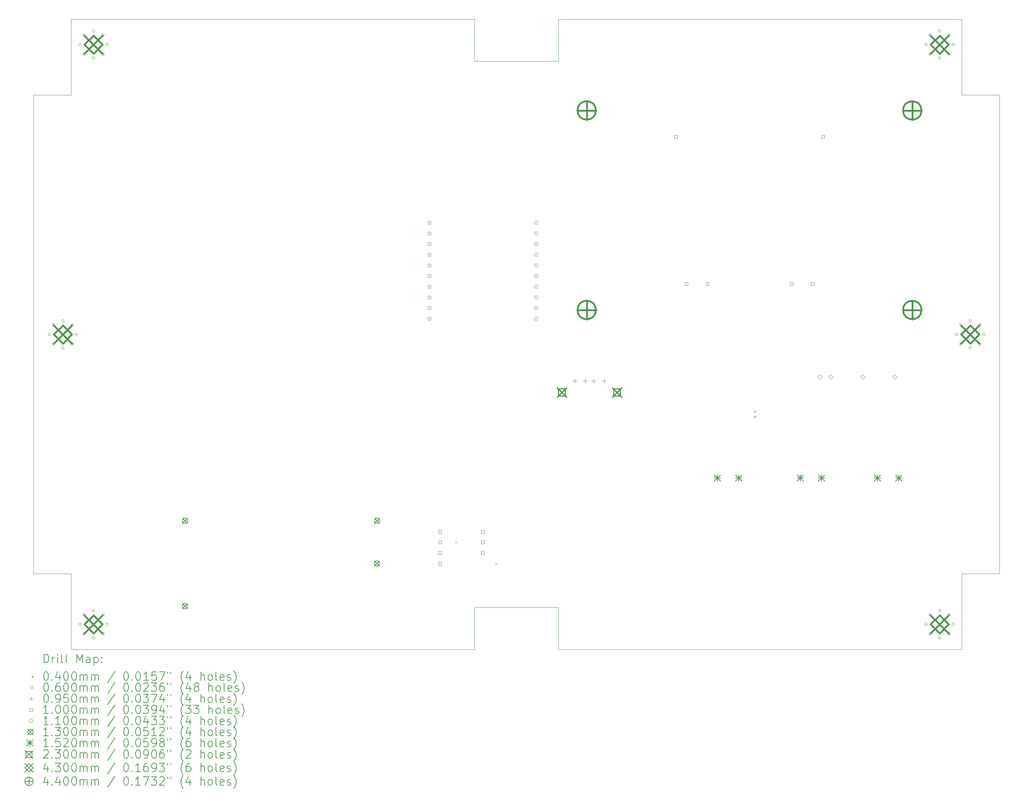
<source format=gbr>
%FSLAX45Y45*%
G04 Gerber Fmt 4.5, Leading zero omitted, Abs format (unit mm)*
G04 Created by KiCad (PCBNEW (6.0.0-0)) date 2022-10-14 11:14:02*
%MOMM*%
%LPD*%
G01*
G04 APERTURE LIST*
%TA.AperFunction,Profile*%
%ADD10C,0.100000*%
%TD*%
%ADD11C,0.200000*%
%ADD12C,0.040000*%
%ADD13C,0.060000*%
%ADD14C,0.095000*%
%ADD15C,0.100000*%
%ADD16C,0.110000*%
%ADD17C,0.130000*%
%ADD18C,0.152000*%
%ADD19C,0.230000*%
%ADD20C,0.430000*%
%ADD21C,0.440000*%
G04 APERTURE END LIST*
D10*
X15520000Y-1524000D02*
X25120000Y-1524000D01*
X3020000Y-14724000D02*
X3920000Y-14724000D01*
X13520000Y-2524000D02*
X15520000Y-2524000D01*
X25120000Y-16524000D02*
X25120000Y-14724000D01*
X13520000Y-15524000D02*
X15520000Y-15524000D01*
X25120000Y-14724000D02*
X26020000Y-14724000D01*
X26020000Y-3324000D02*
X26020000Y-14724000D01*
X15520000Y-1524000D02*
X15520000Y-2524000D01*
X25120000Y-3324000D02*
X25120000Y-1524000D01*
X15520000Y-15524000D02*
X15520000Y-16524000D01*
X3920000Y-16524000D02*
X3920000Y-14724000D01*
X25120000Y-3324000D02*
X26020000Y-3324000D01*
X13520000Y-16524000D02*
X3920000Y-16524000D01*
X3920000Y-1524000D02*
X13520000Y-1524000D01*
X25120000Y-16524000D02*
X15520000Y-16524000D01*
X13520000Y-1524000D02*
X13520000Y-2524000D01*
X3020000Y-14724000D02*
X3020000Y-3324000D01*
X13520000Y-15524000D02*
X13520000Y-16524000D01*
X3920000Y-1524000D02*
X3920000Y-3324000D01*
X3020000Y-3324000D02*
X3920000Y-3324000D01*
D11*
D12*
X13061000Y-13950000D02*
X13101000Y-13990000D01*
X13101000Y-13950000D02*
X13061000Y-13990000D01*
X14013500Y-14458000D02*
X14053500Y-14498000D01*
X14053500Y-14458000D02*
X14013500Y-14498000D01*
X20173000Y-10838500D02*
X20213000Y-10878500D01*
X20213000Y-10838500D02*
X20173000Y-10878500D01*
X20173000Y-10965500D02*
X20213000Y-11005500D01*
X20213000Y-10965500D02*
X20173000Y-11005500D01*
D13*
X3427500Y-9024000D02*
G75*
G03*
X3427500Y-9024000I-30000J0D01*
G01*
X3521958Y-8795958D02*
G75*
G03*
X3521958Y-8795958I-30000J0D01*
G01*
X3521958Y-9252042D02*
G75*
G03*
X3521958Y-9252042I-30000J0D01*
G01*
X3750000Y-8701500D02*
G75*
G03*
X3750000Y-8701500I-30000J0D01*
G01*
X3750000Y-9346500D02*
G75*
G03*
X3750000Y-9346500I-30000J0D01*
G01*
X3978042Y-8795958D02*
G75*
G03*
X3978042Y-8795958I-30000J0D01*
G01*
X3978042Y-9252042D02*
G75*
G03*
X3978042Y-9252042I-30000J0D01*
G01*
X4072500Y-9024000D02*
G75*
G03*
X4072500Y-9024000I-30000J0D01*
G01*
X4157500Y-2124000D02*
G75*
G03*
X4157500Y-2124000I-30000J0D01*
G01*
X4157500Y-15924000D02*
G75*
G03*
X4157500Y-15924000I-30000J0D01*
G01*
X4251958Y-1895958D02*
G75*
G03*
X4251958Y-1895958I-30000J0D01*
G01*
X4251958Y-2352042D02*
G75*
G03*
X4251958Y-2352042I-30000J0D01*
G01*
X4251958Y-15695958D02*
G75*
G03*
X4251958Y-15695958I-30000J0D01*
G01*
X4251958Y-16152042D02*
G75*
G03*
X4251958Y-16152042I-30000J0D01*
G01*
X4480000Y-1801500D02*
G75*
G03*
X4480000Y-1801500I-30000J0D01*
G01*
X4480000Y-2446500D02*
G75*
G03*
X4480000Y-2446500I-30000J0D01*
G01*
X4480000Y-15601500D02*
G75*
G03*
X4480000Y-15601500I-30000J0D01*
G01*
X4480000Y-16246500D02*
G75*
G03*
X4480000Y-16246500I-30000J0D01*
G01*
X4708042Y-1895958D02*
G75*
G03*
X4708042Y-1895958I-30000J0D01*
G01*
X4708042Y-2352042D02*
G75*
G03*
X4708042Y-2352042I-30000J0D01*
G01*
X4708042Y-15695958D02*
G75*
G03*
X4708042Y-15695958I-30000J0D01*
G01*
X4708042Y-16152042D02*
G75*
G03*
X4708042Y-16152042I-30000J0D01*
G01*
X4802500Y-2124000D02*
G75*
G03*
X4802500Y-2124000I-30000J0D01*
G01*
X4802500Y-15924000D02*
G75*
G03*
X4802500Y-15924000I-30000J0D01*
G01*
X24297500Y-2124000D02*
G75*
G03*
X24297500Y-2124000I-30000J0D01*
G01*
X24297500Y-15924000D02*
G75*
G03*
X24297500Y-15924000I-30000J0D01*
G01*
X24391958Y-1895958D02*
G75*
G03*
X24391958Y-1895958I-30000J0D01*
G01*
X24391958Y-2352042D02*
G75*
G03*
X24391958Y-2352042I-30000J0D01*
G01*
X24391958Y-15695958D02*
G75*
G03*
X24391958Y-15695958I-30000J0D01*
G01*
X24391958Y-16152042D02*
G75*
G03*
X24391958Y-16152042I-30000J0D01*
G01*
X24620000Y-1801500D02*
G75*
G03*
X24620000Y-1801500I-30000J0D01*
G01*
X24620000Y-2446500D02*
G75*
G03*
X24620000Y-2446500I-30000J0D01*
G01*
X24620000Y-15601500D02*
G75*
G03*
X24620000Y-15601500I-30000J0D01*
G01*
X24620000Y-16246500D02*
G75*
G03*
X24620000Y-16246500I-30000J0D01*
G01*
X24848042Y-1895958D02*
G75*
G03*
X24848042Y-1895958I-30000J0D01*
G01*
X24848042Y-2352042D02*
G75*
G03*
X24848042Y-2352042I-30000J0D01*
G01*
X24848042Y-15695958D02*
G75*
G03*
X24848042Y-15695958I-30000J0D01*
G01*
X24848042Y-16152042D02*
G75*
G03*
X24848042Y-16152042I-30000J0D01*
G01*
X24942500Y-2124000D02*
G75*
G03*
X24942500Y-2124000I-30000J0D01*
G01*
X24942500Y-15924000D02*
G75*
G03*
X24942500Y-15924000I-30000J0D01*
G01*
X25027500Y-9024000D02*
G75*
G03*
X25027500Y-9024000I-30000J0D01*
G01*
X25121958Y-8795958D02*
G75*
G03*
X25121958Y-8795958I-30000J0D01*
G01*
X25121958Y-9252042D02*
G75*
G03*
X25121958Y-9252042I-30000J0D01*
G01*
X25350000Y-8701500D02*
G75*
G03*
X25350000Y-8701500I-30000J0D01*
G01*
X25350000Y-9346500D02*
G75*
G03*
X25350000Y-9346500I-30000J0D01*
G01*
X25578042Y-8795958D02*
G75*
G03*
X25578042Y-8795958I-30000J0D01*
G01*
X25578042Y-9252042D02*
G75*
G03*
X25578042Y-9252042I-30000J0D01*
G01*
X25672500Y-9024000D02*
G75*
G03*
X25672500Y-9024000I-30000J0D01*
G01*
D14*
X15906000Y-10084500D02*
X15906000Y-10179500D01*
X15858500Y-10132000D02*
X15953500Y-10132000D01*
X16156000Y-10084500D02*
X16156000Y-10179500D01*
X16108500Y-10132000D02*
X16203500Y-10132000D01*
X16356000Y-10084500D02*
X16356000Y-10179500D01*
X16308500Y-10132000D02*
X16403500Y-10132000D01*
X16606000Y-10084500D02*
X16606000Y-10179500D01*
X16558500Y-10132000D02*
X16653500Y-10132000D01*
D15*
X12477356Y-6398356D02*
X12477356Y-6327644D01*
X12406644Y-6327644D01*
X12406644Y-6398356D01*
X12477356Y-6398356D01*
X12477356Y-6652356D02*
X12477356Y-6581644D01*
X12406644Y-6581644D01*
X12406644Y-6652356D01*
X12477356Y-6652356D01*
X12477356Y-6906356D02*
X12477356Y-6835644D01*
X12406644Y-6835644D01*
X12406644Y-6906356D01*
X12477356Y-6906356D01*
X12477356Y-7160356D02*
X12477356Y-7089644D01*
X12406644Y-7089644D01*
X12406644Y-7160356D01*
X12477356Y-7160356D01*
X12477356Y-7414356D02*
X12477356Y-7343644D01*
X12406644Y-7343644D01*
X12406644Y-7414356D01*
X12477356Y-7414356D01*
X12477356Y-7668356D02*
X12477356Y-7597644D01*
X12406644Y-7597644D01*
X12406644Y-7668356D01*
X12477356Y-7668356D01*
X12477356Y-7922356D02*
X12477356Y-7851644D01*
X12406644Y-7851644D01*
X12406644Y-7922356D01*
X12477356Y-7922356D01*
X12477356Y-8176356D02*
X12477356Y-8105644D01*
X12406644Y-8105644D01*
X12406644Y-8176356D01*
X12477356Y-8176356D01*
X12477356Y-8430356D02*
X12477356Y-8359644D01*
X12406644Y-8359644D01*
X12406644Y-8430356D01*
X12477356Y-8430356D01*
X12477356Y-8684356D02*
X12477356Y-8613644D01*
X12406644Y-8613644D01*
X12406644Y-8684356D01*
X12477356Y-8684356D01*
X12735356Y-13751356D02*
X12735356Y-13680644D01*
X12664644Y-13680644D01*
X12664644Y-13751356D01*
X12735356Y-13751356D01*
X12735356Y-14005356D02*
X12735356Y-13934644D01*
X12664644Y-13934644D01*
X12664644Y-14005356D01*
X12735356Y-14005356D01*
X12735356Y-14259356D02*
X12735356Y-14188644D01*
X12664644Y-14188644D01*
X12664644Y-14259356D01*
X12735356Y-14259356D01*
X12735356Y-14513356D02*
X12735356Y-14442644D01*
X12664644Y-14442644D01*
X12664644Y-14513356D01*
X12735356Y-14513356D01*
X13751356Y-13751356D02*
X13751356Y-13680644D01*
X13680644Y-13680644D01*
X13680644Y-13751356D01*
X13751356Y-13751356D01*
X13751356Y-14005356D02*
X13751356Y-13934644D01*
X13680644Y-13934644D01*
X13680644Y-14005356D01*
X13751356Y-14005356D01*
X13751356Y-14259356D02*
X13751356Y-14188644D01*
X13680644Y-14188644D01*
X13680644Y-14259356D01*
X13751356Y-14259356D01*
X15017356Y-6398356D02*
X15017356Y-6327644D01*
X14946644Y-6327644D01*
X14946644Y-6398356D01*
X15017356Y-6398356D01*
X15017356Y-6652356D02*
X15017356Y-6581644D01*
X14946644Y-6581644D01*
X14946644Y-6652356D01*
X15017356Y-6652356D01*
X15017356Y-6906356D02*
X15017356Y-6835644D01*
X14946644Y-6835644D01*
X14946644Y-6906356D01*
X15017356Y-6906356D01*
X15017356Y-7160356D02*
X15017356Y-7089644D01*
X14946644Y-7089644D01*
X14946644Y-7160356D01*
X15017356Y-7160356D01*
X15017356Y-7414356D02*
X15017356Y-7343644D01*
X14946644Y-7343644D01*
X14946644Y-7414356D01*
X15017356Y-7414356D01*
X15017356Y-7668356D02*
X15017356Y-7597644D01*
X14946644Y-7597644D01*
X14946644Y-7668356D01*
X15017356Y-7668356D01*
X15017356Y-7922356D02*
X15017356Y-7851644D01*
X14946644Y-7851644D01*
X14946644Y-7922356D01*
X15017356Y-7922356D01*
X15017356Y-8176356D02*
X15017356Y-8105644D01*
X14946644Y-8105644D01*
X14946644Y-8176356D01*
X15017356Y-8176356D01*
X15017356Y-8430356D02*
X15017356Y-8359644D01*
X14946644Y-8359644D01*
X14946644Y-8430356D01*
X15017356Y-8430356D01*
X15017356Y-8684356D02*
X15017356Y-8613644D01*
X14946644Y-8613644D01*
X14946644Y-8684356D01*
X15017356Y-8684356D01*
X18351356Y-4353356D02*
X18351356Y-4282644D01*
X18280644Y-4282644D01*
X18280644Y-4353356D01*
X18351356Y-4353356D01*
X18601356Y-7853356D02*
X18601356Y-7782644D01*
X18530644Y-7782644D01*
X18530644Y-7853356D01*
X18601356Y-7853356D01*
X19101356Y-7853356D02*
X19101356Y-7782644D01*
X19030644Y-7782644D01*
X19030644Y-7853356D01*
X19101356Y-7853356D01*
X21101356Y-7853356D02*
X21101356Y-7782644D01*
X21030644Y-7782644D01*
X21030644Y-7853356D01*
X21101356Y-7853356D01*
X21601356Y-7853356D02*
X21601356Y-7782644D01*
X21530644Y-7782644D01*
X21530644Y-7853356D01*
X21601356Y-7853356D01*
X21851356Y-4353356D02*
X21851356Y-4282644D01*
X21780644Y-4282644D01*
X21780644Y-4353356D01*
X21851356Y-4353356D01*
D16*
X21743308Y-10089000D02*
X21798308Y-10034000D01*
X21743308Y-9979000D01*
X21688308Y-10034000D01*
X21743308Y-10089000D01*
X21997308Y-10089000D02*
X22052308Y-10034000D01*
X21997308Y-9979000D01*
X21942308Y-10034000D01*
X21997308Y-10089000D01*
X22759308Y-10089000D02*
X22814308Y-10034000D01*
X22759308Y-9979000D01*
X22704308Y-10034000D01*
X22759308Y-10089000D01*
X23521308Y-10089000D02*
X23576308Y-10034000D01*
X23521308Y-9979000D01*
X23466308Y-10034000D01*
X23521308Y-10089000D01*
D17*
X6564250Y-13396250D02*
X6694250Y-13526250D01*
X6694250Y-13396250D02*
X6564250Y-13526250D01*
X6694250Y-13461250D02*
G75*
G03*
X6694250Y-13461250I-65000J0D01*
G01*
X6564250Y-15428250D02*
X6694250Y-15558250D01*
X6694250Y-15428250D02*
X6564250Y-15558250D01*
X6694250Y-15493250D02*
G75*
G03*
X6694250Y-15493250I-65000J0D01*
G01*
X11136250Y-13396250D02*
X11266250Y-13526250D01*
X11266250Y-13396250D02*
X11136250Y-13526250D01*
X11266250Y-13461250D02*
G75*
G03*
X11266250Y-13461250I-65000J0D01*
G01*
X11136250Y-14412250D02*
X11266250Y-14542250D01*
X11266250Y-14412250D02*
X11136250Y-14542250D01*
X11266250Y-14477250D02*
G75*
G03*
X11266250Y-14477250I-65000J0D01*
G01*
D18*
X19228000Y-12370000D02*
X19380000Y-12522000D01*
X19380000Y-12370000D02*
X19228000Y-12522000D01*
X19304000Y-12370000D02*
X19304000Y-12522000D01*
X19228000Y-12446000D02*
X19380000Y-12446000D01*
X19736000Y-12370000D02*
X19888000Y-12522000D01*
X19888000Y-12370000D02*
X19736000Y-12522000D01*
X19812000Y-12370000D02*
X19812000Y-12522000D01*
X19736000Y-12446000D02*
X19888000Y-12446000D01*
X21196500Y-12370000D02*
X21348500Y-12522000D01*
X21348500Y-12370000D02*
X21196500Y-12522000D01*
X21272500Y-12370000D02*
X21272500Y-12522000D01*
X21196500Y-12446000D02*
X21348500Y-12446000D01*
X21704500Y-12370000D02*
X21856500Y-12522000D01*
X21856500Y-12370000D02*
X21704500Y-12522000D01*
X21780500Y-12370000D02*
X21780500Y-12522000D01*
X21704500Y-12446000D02*
X21856500Y-12446000D01*
X23038000Y-12370000D02*
X23190000Y-12522000D01*
X23190000Y-12370000D02*
X23038000Y-12522000D01*
X23114000Y-12370000D02*
X23114000Y-12522000D01*
X23038000Y-12446000D02*
X23190000Y-12446000D01*
X23546000Y-12370000D02*
X23698000Y-12522000D01*
X23698000Y-12370000D02*
X23546000Y-12522000D01*
X23622000Y-12370000D02*
X23622000Y-12522000D01*
X23546000Y-12446000D02*
X23698000Y-12446000D01*
D19*
X15484000Y-10288000D02*
X15714000Y-10518000D01*
X15714000Y-10288000D02*
X15484000Y-10518000D01*
X15680318Y-10484318D02*
X15680318Y-10321682D01*
X15517682Y-10321682D01*
X15517682Y-10484318D01*
X15680318Y-10484318D01*
X16798000Y-10288000D02*
X17028000Y-10518000D01*
X17028000Y-10288000D02*
X16798000Y-10518000D01*
X16994318Y-10484318D02*
X16994318Y-10321682D01*
X16831682Y-10321682D01*
X16831682Y-10484318D01*
X16994318Y-10484318D01*
D20*
X3505000Y-8809000D02*
X3935000Y-9239000D01*
X3935000Y-8809000D02*
X3505000Y-9239000D01*
X3720000Y-9239000D02*
X3935000Y-9024000D01*
X3720000Y-8809000D01*
X3505000Y-9024000D01*
X3720000Y-9239000D01*
X4235000Y-1909000D02*
X4665000Y-2339000D01*
X4665000Y-1909000D02*
X4235000Y-2339000D01*
X4450000Y-2339000D02*
X4665000Y-2124000D01*
X4450000Y-1909000D01*
X4235000Y-2124000D01*
X4450000Y-2339000D01*
X4235000Y-15709000D02*
X4665000Y-16139000D01*
X4665000Y-15709000D02*
X4235000Y-16139000D01*
X4450000Y-16139000D02*
X4665000Y-15924000D01*
X4450000Y-15709000D01*
X4235000Y-15924000D01*
X4450000Y-16139000D01*
X24375000Y-1909000D02*
X24805000Y-2339000D01*
X24805000Y-1909000D02*
X24375000Y-2339000D01*
X24590000Y-2339000D02*
X24805000Y-2124000D01*
X24590000Y-1909000D01*
X24375000Y-2124000D01*
X24590000Y-2339000D01*
X24375000Y-15709000D02*
X24805000Y-16139000D01*
X24805000Y-15709000D02*
X24375000Y-16139000D01*
X24590000Y-16139000D02*
X24805000Y-15924000D01*
X24590000Y-15709000D01*
X24375000Y-15924000D01*
X24590000Y-16139000D01*
X25105000Y-8809000D02*
X25535000Y-9239000D01*
X25535000Y-8809000D02*
X25105000Y-9239000D01*
X25320000Y-9239000D02*
X25535000Y-9024000D01*
X25320000Y-8809000D01*
X25105000Y-9024000D01*
X25320000Y-9239000D01*
D21*
X16191000Y-3473000D02*
X16191000Y-3913000D01*
X15971000Y-3693000D02*
X16411000Y-3693000D01*
X16411000Y-3693000D02*
G75*
G03*
X16411000Y-3693000I-220000J0D01*
G01*
X16191000Y-8223000D02*
X16191000Y-8663000D01*
X15971000Y-8443000D02*
X16411000Y-8443000D01*
X16411000Y-8443000D02*
G75*
G03*
X16411000Y-8443000I-220000J0D01*
G01*
X23941000Y-3473000D02*
X23941000Y-3913000D01*
X23721000Y-3693000D02*
X24161000Y-3693000D01*
X24161000Y-3693000D02*
G75*
G03*
X24161000Y-3693000I-220000J0D01*
G01*
X23941000Y-8223000D02*
X23941000Y-8663000D01*
X23721000Y-8443000D02*
X24161000Y-8443000D01*
X24161000Y-8443000D02*
G75*
G03*
X24161000Y-8443000I-220000J0D01*
G01*
D11*
X3272619Y-16839476D02*
X3272619Y-16639476D01*
X3320238Y-16639476D01*
X3348809Y-16649000D01*
X3367857Y-16668048D01*
X3377381Y-16687095D01*
X3386905Y-16725190D01*
X3386905Y-16753762D01*
X3377381Y-16791857D01*
X3367857Y-16810905D01*
X3348809Y-16829952D01*
X3320238Y-16839476D01*
X3272619Y-16839476D01*
X3472619Y-16839476D02*
X3472619Y-16706143D01*
X3472619Y-16744238D02*
X3482143Y-16725190D01*
X3491667Y-16715667D01*
X3510714Y-16706143D01*
X3529762Y-16706143D01*
X3596428Y-16839476D02*
X3596428Y-16706143D01*
X3596428Y-16639476D02*
X3586905Y-16649000D01*
X3596428Y-16658524D01*
X3605952Y-16649000D01*
X3596428Y-16639476D01*
X3596428Y-16658524D01*
X3720238Y-16839476D02*
X3701190Y-16829952D01*
X3691667Y-16810905D01*
X3691667Y-16639476D01*
X3825000Y-16839476D02*
X3805952Y-16829952D01*
X3796428Y-16810905D01*
X3796428Y-16639476D01*
X4053571Y-16839476D02*
X4053571Y-16639476D01*
X4120238Y-16782333D01*
X4186905Y-16639476D01*
X4186905Y-16839476D01*
X4367857Y-16839476D02*
X4367857Y-16734714D01*
X4358333Y-16715667D01*
X4339286Y-16706143D01*
X4301190Y-16706143D01*
X4282143Y-16715667D01*
X4367857Y-16829952D02*
X4348810Y-16839476D01*
X4301190Y-16839476D01*
X4282143Y-16829952D01*
X4272619Y-16810905D01*
X4272619Y-16791857D01*
X4282143Y-16772809D01*
X4301190Y-16763286D01*
X4348810Y-16763286D01*
X4367857Y-16753762D01*
X4463095Y-16706143D02*
X4463095Y-16906143D01*
X4463095Y-16715667D02*
X4482143Y-16706143D01*
X4520238Y-16706143D01*
X4539286Y-16715667D01*
X4548810Y-16725190D01*
X4558333Y-16744238D01*
X4558333Y-16801381D01*
X4548810Y-16820429D01*
X4539286Y-16829952D01*
X4520238Y-16839476D01*
X4482143Y-16839476D01*
X4463095Y-16829952D01*
X4644048Y-16820429D02*
X4653571Y-16829952D01*
X4644048Y-16839476D01*
X4634524Y-16829952D01*
X4644048Y-16820429D01*
X4644048Y-16839476D01*
X4644048Y-16715667D02*
X4653571Y-16725190D01*
X4644048Y-16734714D01*
X4634524Y-16725190D01*
X4644048Y-16715667D01*
X4644048Y-16734714D01*
D12*
X2975000Y-17149000D02*
X3015000Y-17189000D01*
X3015000Y-17149000D02*
X2975000Y-17189000D01*
D11*
X3310714Y-17059476D02*
X3329762Y-17059476D01*
X3348809Y-17069000D01*
X3358333Y-17078524D01*
X3367857Y-17097571D01*
X3377381Y-17135667D01*
X3377381Y-17183286D01*
X3367857Y-17221381D01*
X3358333Y-17240429D01*
X3348809Y-17249952D01*
X3329762Y-17259476D01*
X3310714Y-17259476D01*
X3291667Y-17249952D01*
X3282143Y-17240429D01*
X3272619Y-17221381D01*
X3263095Y-17183286D01*
X3263095Y-17135667D01*
X3272619Y-17097571D01*
X3282143Y-17078524D01*
X3291667Y-17069000D01*
X3310714Y-17059476D01*
X3463095Y-17240429D02*
X3472619Y-17249952D01*
X3463095Y-17259476D01*
X3453571Y-17249952D01*
X3463095Y-17240429D01*
X3463095Y-17259476D01*
X3644048Y-17126143D02*
X3644048Y-17259476D01*
X3596428Y-17049952D02*
X3548809Y-17192810D01*
X3672619Y-17192810D01*
X3786905Y-17059476D02*
X3805952Y-17059476D01*
X3825000Y-17069000D01*
X3834524Y-17078524D01*
X3844048Y-17097571D01*
X3853571Y-17135667D01*
X3853571Y-17183286D01*
X3844048Y-17221381D01*
X3834524Y-17240429D01*
X3825000Y-17249952D01*
X3805952Y-17259476D01*
X3786905Y-17259476D01*
X3767857Y-17249952D01*
X3758333Y-17240429D01*
X3748809Y-17221381D01*
X3739286Y-17183286D01*
X3739286Y-17135667D01*
X3748809Y-17097571D01*
X3758333Y-17078524D01*
X3767857Y-17069000D01*
X3786905Y-17059476D01*
X3977381Y-17059476D02*
X3996428Y-17059476D01*
X4015476Y-17069000D01*
X4025000Y-17078524D01*
X4034524Y-17097571D01*
X4044048Y-17135667D01*
X4044048Y-17183286D01*
X4034524Y-17221381D01*
X4025000Y-17240429D01*
X4015476Y-17249952D01*
X3996428Y-17259476D01*
X3977381Y-17259476D01*
X3958333Y-17249952D01*
X3948809Y-17240429D01*
X3939286Y-17221381D01*
X3929762Y-17183286D01*
X3929762Y-17135667D01*
X3939286Y-17097571D01*
X3948809Y-17078524D01*
X3958333Y-17069000D01*
X3977381Y-17059476D01*
X4129762Y-17259476D02*
X4129762Y-17126143D01*
X4129762Y-17145190D02*
X4139286Y-17135667D01*
X4158333Y-17126143D01*
X4186905Y-17126143D01*
X4205952Y-17135667D01*
X4215476Y-17154714D01*
X4215476Y-17259476D01*
X4215476Y-17154714D02*
X4225000Y-17135667D01*
X4244048Y-17126143D01*
X4272619Y-17126143D01*
X4291667Y-17135667D01*
X4301190Y-17154714D01*
X4301190Y-17259476D01*
X4396429Y-17259476D02*
X4396429Y-17126143D01*
X4396429Y-17145190D02*
X4405952Y-17135667D01*
X4425000Y-17126143D01*
X4453571Y-17126143D01*
X4472619Y-17135667D01*
X4482143Y-17154714D01*
X4482143Y-17259476D01*
X4482143Y-17154714D02*
X4491667Y-17135667D01*
X4510714Y-17126143D01*
X4539286Y-17126143D01*
X4558333Y-17135667D01*
X4567857Y-17154714D01*
X4567857Y-17259476D01*
X4958333Y-17049952D02*
X4786905Y-17307095D01*
X5215476Y-17059476D02*
X5234524Y-17059476D01*
X5253571Y-17069000D01*
X5263095Y-17078524D01*
X5272619Y-17097571D01*
X5282143Y-17135667D01*
X5282143Y-17183286D01*
X5272619Y-17221381D01*
X5263095Y-17240429D01*
X5253571Y-17249952D01*
X5234524Y-17259476D01*
X5215476Y-17259476D01*
X5196429Y-17249952D01*
X5186905Y-17240429D01*
X5177381Y-17221381D01*
X5167857Y-17183286D01*
X5167857Y-17135667D01*
X5177381Y-17097571D01*
X5186905Y-17078524D01*
X5196429Y-17069000D01*
X5215476Y-17059476D01*
X5367857Y-17240429D02*
X5377381Y-17249952D01*
X5367857Y-17259476D01*
X5358333Y-17249952D01*
X5367857Y-17240429D01*
X5367857Y-17259476D01*
X5501190Y-17059476D02*
X5520238Y-17059476D01*
X5539286Y-17069000D01*
X5548810Y-17078524D01*
X5558333Y-17097571D01*
X5567857Y-17135667D01*
X5567857Y-17183286D01*
X5558333Y-17221381D01*
X5548810Y-17240429D01*
X5539286Y-17249952D01*
X5520238Y-17259476D01*
X5501190Y-17259476D01*
X5482143Y-17249952D01*
X5472619Y-17240429D01*
X5463095Y-17221381D01*
X5453571Y-17183286D01*
X5453571Y-17135667D01*
X5463095Y-17097571D01*
X5472619Y-17078524D01*
X5482143Y-17069000D01*
X5501190Y-17059476D01*
X5758333Y-17259476D02*
X5644048Y-17259476D01*
X5701190Y-17259476D02*
X5701190Y-17059476D01*
X5682143Y-17088048D01*
X5663095Y-17107095D01*
X5644048Y-17116619D01*
X5939286Y-17059476D02*
X5844048Y-17059476D01*
X5834524Y-17154714D01*
X5844048Y-17145190D01*
X5863095Y-17135667D01*
X5910714Y-17135667D01*
X5929762Y-17145190D01*
X5939286Y-17154714D01*
X5948809Y-17173762D01*
X5948809Y-17221381D01*
X5939286Y-17240429D01*
X5929762Y-17249952D01*
X5910714Y-17259476D01*
X5863095Y-17259476D01*
X5844048Y-17249952D01*
X5834524Y-17240429D01*
X6015476Y-17059476D02*
X6148809Y-17059476D01*
X6063095Y-17259476D01*
X6215476Y-17059476D02*
X6215476Y-17097571D01*
X6291667Y-17059476D02*
X6291667Y-17097571D01*
X6586905Y-17335667D02*
X6577381Y-17326143D01*
X6558333Y-17297571D01*
X6548809Y-17278524D01*
X6539286Y-17249952D01*
X6529762Y-17202333D01*
X6529762Y-17164238D01*
X6539286Y-17116619D01*
X6548809Y-17088048D01*
X6558333Y-17069000D01*
X6577381Y-17040429D01*
X6586905Y-17030905D01*
X6748809Y-17126143D02*
X6748809Y-17259476D01*
X6701190Y-17049952D02*
X6653571Y-17192810D01*
X6777381Y-17192810D01*
X7005952Y-17259476D02*
X7005952Y-17059476D01*
X7091667Y-17259476D02*
X7091667Y-17154714D01*
X7082143Y-17135667D01*
X7063095Y-17126143D01*
X7034524Y-17126143D01*
X7015476Y-17135667D01*
X7005952Y-17145190D01*
X7215476Y-17259476D02*
X7196428Y-17249952D01*
X7186905Y-17240429D01*
X7177381Y-17221381D01*
X7177381Y-17164238D01*
X7186905Y-17145190D01*
X7196428Y-17135667D01*
X7215476Y-17126143D01*
X7244048Y-17126143D01*
X7263095Y-17135667D01*
X7272619Y-17145190D01*
X7282143Y-17164238D01*
X7282143Y-17221381D01*
X7272619Y-17240429D01*
X7263095Y-17249952D01*
X7244048Y-17259476D01*
X7215476Y-17259476D01*
X7396428Y-17259476D02*
X7377381Y-17249952D01*
X7367857Y-17230905D01*
X7367857Y-17059476D01*
X7548809Y-17249952D02*
X7529762Y-17259476D01*
X7491667Y-17259476D01*
X7472619Y-17249952D01*
X7463095Y-17230905D01*
X7463095Y-17154714D01*
X7472619Y-17135667D01*
X7491667Y-17126143D01*
X7529762Y-17126143D01*
X7548809Y-17135667D01*
X7558333Y-17154714D01*
X7558333Y-17173762D01*
X7463095Y-17192810D01*
X7634524Y-17249952D02*
X7653571Y-17259476D01*
X7691667Y-17259476D01*
X7710714Y-17249952D01*
X7720238Y-17230905D01*
X7720238Y-17221381D01*
X7710714Y-17202333D01*
X7691667Y-17192810D01*
X7663095Y-17192810D01*
X7644048Y-17183286D01*
X7634524Y-17164238D01*
X7634524Y-17154714D01*
X7644048Y-17135667D01*
X7663095Y-17126143D01*
X7691667Y-17126143D01*
X7710714Y-17135667D01*
X7786905Y-17335667D02*
X7796428Y-17326143D01*
X7815476Y-17297571D01*
X7825000Y-17278524D01*
X7834524Y-17249952D01*
X7844048Y-17202333D01*
X7844048Y-17164238D01*
X7834524Y-17116619D01*
X7825000Y-17088048D01*
X7815476Y-17069000D01*
X7796428Y-17040429D01*
X7786905Y-17030905D01*
D13*
X3015000Y-17433000D02*
G75*
G03*
X3015000Y-17433000I-30000J0D01*
G01*
D11*
X3310714Y-17323476D02*
X3329762Y-17323476D01*
X3348809Y-17333000D01*
X3358333Y-17342524D01*
X3367857Y-17361571D01*
X3377381Y-17399667D01*
X3377381Y-17447286D01*
X3367857Y-17485381D01*
X3358333Y-17504429D01*
X3348809Y-17513952D01*
X3329762Y-17523476D01*
X3310714Y-17523476D01*
X3291667Y-17513952D01*
X3282143Y-17504429D01*
X3272619Y-17485381D01*
X3263095Y-17447286D01*
X3263095Y-17399667D01*
X3272619Y-17361571D01*
X3282143Y-17342524D01*
X3291667Y-17333000D01*
X3310714Y-17323476D01*
X3463095Y-17504429D02*
X3472619Y-17513952D01*
X3463095Y-17523476D01*
X3453571Y-17513952D01*
X3463095Y-17504429D01*
X3463095Y-17523476D01*
X3644048Y-17323476D02*
X3605952Y-17323476D01*
X3586905Y-17333000D01*
X3577381Y-17342524D01*
X3558333Y-17371095D01*
X3548809Y-17409190D01*
X3548809Y-17485381D01*
X3558333Y-17504429D01*
X3567857Y-17513952D01*
X3586905Y-17523476D01*
X3625000Y-17523476D01*
X3644048Y-17513952D01*
X3653571Y-17504429D01*
X3663095Y-17485381D01*
X3663095Y-17437762D01*
X3653571Y-17418714D01*
X3644048Y-17409190D01*
X3625000Y-17399667D01*
X3586905Y-17399667D01*
X3567857Y-17409190D01*
X3558333Y-17418714D01*
X3548809Y-17437762D01*
X3786905Y-17323476D02*
X3805952Y-17323476D01*
X3825000Y-17333000D01*
X3834524Y-17342524D01*
X3844048Y-17361571D01*
X3853571Y-17399667D01*
X3853571Y-17447286D01*
X3844048Y-17485381D01*
X3834524Y-17504429D01*
X3825000Y-17513952D01*
X3805952Y-17523476D01*
X3786905Y-17523476D01*
X3767857Y-17513952D01*
X3758333Y-17504429D01*
X3748809Y-17485381D01*
X3739286Y-17447286D01*
X3739286Y-17399667D01*
X3748809Y-17361571D01*
X3758333Y-17342524D01*
X3767857Y-17333000D01*
X3786905Y-17323476D01*
X3977381Y-17323476D02*
X3996428Y-17323476D01*
X4015476Y-17333000D01*
X4025000Y-17342524D01*
X4034524Y-17361571D01*
X4044048Y-17399667D01*
X4044048Y-17447286D01*
X4034524Y-17485381D01*
X4025000Y-17504429D01*
X4015476Y-17513952D01*
X3996428Y-17523476D01*
X3977381Y-17523476D01*
X3958333Y-17513952D01*
X3948809Y-17504429D01*
X3939286Y-17485381D01*
X3929762Y-17447286D01*
X3929762Y-17399667D01*
X3939286Y-17361571D01*
X3948809Y-17342524D01*
X3958333Y-17333000D01*
X3977381Y-17323476D01*
X4129762Y-17523476D02*
X4129762Y-17390143D01*
X4129762Y-17409190D02*
X4139286Y-17399667D01*
X4158333Y-17390143D01*
X4186905Y-17390143D01*
X4205952Y-17399667D01*
X4215476Y-17418714D01*
X4215476Y-17523476D01*
X4215476Y-17418714D02*
X4225000Y-17399667D01*
X4244048Y-17390143D01*
X4272619Y-17390143D01*
X4291667Y-17399667D01*
X4301190Y-17418714D01*
X4301190Y-17523476D01*
X4396429Y-17523476D02*
X4396429Y-17390143D01*
X4396429Y-17409190D02*
X4405952Y-17399667D01*
X4425000Y-17390143D01*
X4453571Y-17390143D01*
X4472619Y-17399667D01*
X4482143Y-17418714D01*
X4482143Y-17523476D01*
X4482143Y-17418714D02*
X4491667Y-17399667D01*
X4510714Y-17390143D01*
X4539286Y-17390143D01*
X4558333Y-17399667D01*
X4567857Y-17418714D01*
X4567857Y-17523476D01*
X4958333Y-17313952D02*
X4786905Y-17571095D01*
X5215476Y-17323476D02*
X5234524Y-17323476D01*
X5253571Y-17333000D01*
X5263095Y-17342524D01*
X5272619Y-17361571D01*
X5282143Y-17399667D01*
X5282143Y-17447286D01*
X5272619Y-17485381D01*
X5263095Y-17504429D01*
X5253571Y-17513952D01*
X5234524Y-17523476D01*
X5215476Y-17523476D01*
X5196429Y-17513952D01*
X5186905Y-17504429D01*
X5177381Y-17485381D01*
X5167857Y-17447286D01*
X5167857Y-17399667D01*
X5177381Y-17361571D01*
X5186905Y-17342524D01*
X5196429Y-17333000D01*
X5215476Y-17323476D01*
X5367857Y-17504429D02*
X5377381Y-17513952D01*
X5367857Y-17523476D01*
X5358333Y-17513952D01*
X5367857Y-17504429D01*
X5367857Y-17523476D01*
X5501190Y-17323476D02*
X5520238Y-17323476D01*
X5539286Y-17333000D01*
X5548810Y-17342524D01*
X5558333Y-17361571D01*
X5567857Y-17399667D01*
X5567857Y-17447286D01*
X5558333Y-17485381D01*
X5548810Y-17504429D01*
X5539286Y-17513952D01*
X5520238Y-17523476D01*
X5501190Y-17523476D01*
X5482143Y-17513952D01*
X5472619Y-17504429D01*
X5463095Y-17485381D01*
X5453571Y-17447286D01*
X5453571Y-17399667D01*
X5463095Y-17361571D01*
X5472619Y-17342524D01*
X5482143Y-17333000D01*
X5501190Y-17323476D01*
X5644048Y-17342524D02*
X5653571Y-17333000D01*
X5672619Y-17323476D01*
X5720238Y-17323476D01*
X5739286Y-17333000D01*
X5748809Y-17342524D01*
X5758333Y-17361571D01*
X5758333Y-17380619D01*
X5748809Y-17409190D01*
X5634524Y-17523476D01*
X5758333Y-17523476D01*
X5825000Y-17323476D02*
X5948809Y-17323476D01*
X5882143Y-17399667D01*
X5910714Y-17399667D01*
X5929762Y-17409190D01*
X5939286Y-17418714D01*
X5948809Y-17437762D01*
X5948809Y-17485381D01*
X5939286Y-17504429D01*
X5929762Y-17513952D01*
X5910714Y-17523476D01*
X5853571Y-17523476D01*
X5834524Y-17513952D01*
X5825000Y-17504429D01*
X6120238Y-17323476D02*
X6082143Y-17323476D01*
X6063095Y-17333000D01*
X6053571Y-17342524D01*
X6034524Y-17371095D01*
X6025000Y-17409190D01*
X6025000Y-17485381D01*
X6034524Y-17504429D01*
X6044048Y-17513952D01*
X6063095Y-17523476D01*
X6101190Y-17523476D01*
X6120238Y-17513952D01*
X6129762Y-17504429D01*
X6139286Y-17485381D01*
X6139286Y-17437762D01*
X6129762Y-17418714D01*
X6120238Y-17409190D01*
X6101190Y-17399667D01*
X6063095Y-17399667D01*
X6044048Y-17409190D01*
X6034524Y-17418714D01*
X6025000Y-17437762D01*
X6215476Y-17323476D02*
X6215476Y-17361571D01*
X6291667Y-17323476D02*
X6291667Y-17361571D01*
X6586905Y-17599667D02*
X6577381Y-17590143D01*
X6558333Y-17561571D01*
X6548809Y-17542524D01*
X6539286Y-17513952D01*
X6529762Y-17466333D01*
X6529762Y-17428238D01*
X6539286Y-17380619D01*
X6548809Y-17352048D01*
X6558333Y-17333000D01*
X6577381Y-17304429D01*
X6586905Y-17294905D01*
X6748809Y-17390143D02*
X6748809Y-17523476D01*
X6701190Y-17313952D02*
X6653571Y-17456810D01*
X6777381Y-17456810D01*
X6882143Y-17409190D02*
X6863095Y-17399667D01*
X6853571Y-17390143D01*
X6844048Y-17371095D01*
X6844048Y-17361571D01*
X6853571Y-17342524D01*
X6863095Y-17333000D01*
X6882143Y-17323476D01*
X6920238Y-17323476D01*
X6939286Y-17333000D01*
X6948809Y-17342524D01*
X6958333Y-17361571D01*
X6958333Y-17371095D01*
X6948809Y-17390143D01*
X6939286Y-17399667D01*
X6920238Y-17409190D01*
X6882143Y-17409190D01*
X6863095Y-17418714D01*
X6853571Y-17428238D01*
X6844048Y-17447286D01*
X6844048Y-17485381D01*
X6853571Y-17504429D01*
X6863095Y-17513952D01*
X6882143Y-17523476D01*
X6920238Y-17523476D01*
X6939286Y-17513952D01*
X6948809Y-17504429D01*
X6958333Y-17485381D01*
X6958333Y-17447286D01*
X6948809Y-17428238D01*
X6939286Y-17418714D01*
X6920238Y-17409190D01*
X7196428Y-17523476D02*
X7196428Y-17323476D01*
X7282143Y-17523476D02*
X7282143Y-17418714D01*
X7272619Y-17399667D01*
X7253571Y-17390143D01*
X7225000Y-17390143D01*
X7205952Y-17399667D01*
X7196428Y-17409190D01*
X7405952Y-17523476D02*
X7386905Y-17513952D01*
X7377381Y-17504429D01*
X7367857Y-17485381D01*
X7367857Y-17428238D01*
X7377381Y-17409190D01*
X7386905Y-17399667D01*
X7405952Y-17390143D01*
X7434524Y-17390143D01*
X7453571Y-17399667D01*
X7463095Y-17409190D01*
X7472619Y-17428238D01*
X7472619Y-17485381D01*
X7463095Y-17504429D01*
X7453571Y-17513952D01*
X7434524Y-17523476D01*
X7405952Y-17523476D01*
X7586905Y-17523476D02*
X7567857Y-17513952D01*
X7558333Y-17494905D01*
X7558333Y-17323476D01*
X7739286Y-17513952D02*
X7720238Y-17523476D01*
X7682143Y-17523476D01*
X7663095Y-17513952D01*
X7653571Y-17494905D01*
X7653571Y-17418714D01*
X7663095Y-17399667D01*
X7682143Y-17390143D01*
X7720238Y-17390143D01*
X7739286Y-17399667D01*
X7748809Y-17418714D01*
X7748809Y-17437762D01*
X7653571Y-17456810D01*
X7825000Y-17513952D02*
X7844048Y-17523476D01*
X7882143Y-17523476D01*
X7901190Y-17513952D01*
X7910714Y-17494905D01*
X7910714Y-17485381D01*
X7901190Y-17466333D01*
X7882143Y-17456810D01*
X7853571Y-17456810D01*
X7834524Y-17447286D01*
X7825000Y-17428238D01*
X7825000Y-17418714D01*
X7834524Y-17399667D01*
X7853571Y-17390143D01*
X7882143Y-17390143D01*
X7901190Y-17399667D01*
X7977381Y-17599667D02*
X7986905Y-17590143D01*
X8005952Y-17561571D01*
X8015476Y-17542524D01*
X8025000Y-17513952D01*
X8034524Y-17466333D01*
X8034524Y-17428238D01*
X8025000Y-17380619D01*
X8015476Y-17352048D01*
X8005952Y-17333000D01*
X7986905Y-17304429D01*
X7977381Y-17294905D01*
D14*
X2967500Y-17649500D02*
X2967500Y-17744500D01*
X2920000Y-17697000D02*
X3015000Y-17697000D01*
D11*
X3310714Y-17587476D02*
X3329762Y-17587476D01*
X3348809Y-17597000D01*
X3358333Y-17606524D01*
X3367857Y-17625571D01*
X3377381Y-17663667D01*
X3377381Y-17711286D01*
X3367857Y-17749381D01*
X3358333Y-17768429D01*
X3348809Y-17777952D01*
X3329762Y-17787476D01*
X3310714Y-17787476D01*
X3291667Y-17777952D01*
X3282143Y-17768429D01*
X3272619Y-17749381D01*
X3263095Y-17711286D01*
X3263095Y-17663667D01*
X3272619Y-17625571D01*
X3282143Y-17606524D01*
X3291667Y-17597000D01*
X3310714Y-17587476D01*
X3463095Y-17768429D02*
X3472619Y-17777952D01*
X3463095Y-17787476D01*
X3453571Y-17777952D01*
X3463095Y-17768429D01*
X3463095Y-17787476D01*
X3567857Y-17787476D02*
X3605952Y-17787476D01*
X3625000Y-17777952D01*
X3634524Y-17768429D01*
X3653571Y-17739857D01*
X3663095Y-17701762D01*
X3663095Y-17625571D01*
X3653571Y-17606524D01*
X3644048Y-17597000D01*
X3625000Y-17587476D01*
X3586905Y-17587476D01*
X3567857Y-17597000D01*
X3558333Y-17606524D01*
X3548809Y-17625571D01*
X3548809Y-17673190D01*
X3558333Y-17692238D01*
X3567857Y-17701762D01*
X3586905Y-17711286D01*
X3625000Y-17711286D01*
X3644048Y-17701762D01*
X3653571Y-17692238D01*
X3663095Y-17673190D01*
X3844048Y-17587476D02*
X3748809Y-17587476D01*
X3739286Y-17682714D01*
X3748809Y-17673190D01*
X3767857Y-17663667D01*
X3815476Y-17663667D01*
X3834524Y-17673190D01*
X3844048Y-17682714D01*
X3853571Y-17701762D01*
X3853571Y-17749381D01*
X3844048Y-17768429D01*
X3834524Y-17777952D01*
X3815476Y-17787476D01*
X3767857Y-17787476D01*
X3748809Y-17777952D01*
X3739286Y-17768429D01*
X3977381Y-17587476D02*
X3996428Y-17587476D01*
X4015476Y-17597000D01*
X4025000Y-17606524D01*
X4034524Y-17625571D01*
X4044048Y-17663667D01*
X4044048Y-17711286D01*
X4034524Y-17749381D01*
X4025000Y-17768429D01*
X4015476Y-17777952D01*
X3996428Y-17787476D01*
X3977381Y-17787476D01*
X3958333Y-17777952D01*
X3948809Y-17768429D01*
X3939286Y-17749381D01*
X3929762Y-17711286D01*
X3929762Y-17663667D01*
X3939286Y-17625571D01*
X3948809Y-17606524D01*
X3958333Y-17597000D01*
X3977381Y-17587476D01*
X4129762Y-17787476D02*
X4129762Y-17654143D01*
X4129762Y-17673190D02*
X4139286Y-17663667D01*
X4158333Y-17654143D01*
X4186905Y-17654143D01*
X4205952Y-17663667D01*
X4215476Y-17682714D01*
X4215476Y-17787476D01*
X4215476Y-17682714D02*
X4225000Y-17663667D01*
X4244048Y-17654143D01*
X4272619Y-17654143D01*
X4291667Y-17663667D01*
X4301190Y-17682714D01*
X4301190Y-17787476D01*
X4396429Y-17787476D02*
X4396429Y-17654143D01*
X4396429Y-17673190D02*
X4405952Y-17663667D01*
X4425000Y-17654143D01*
X4453571Y-17654143D01*
X4472619Y-17663667D01*
X4482143Y-17682714D01*
X4482143Y-17787476D01*
X4482143Y-17682714D02*
X4491667Y-17663667D01*
X4510714Y-17654143D01*
X4539286Y-17654143D01*
X4558333Y-17663667D01*
X4567857Y-17682714D01*
X4567857Y-17787476D01*
X4958333Y-17577952D02*
X4786905Y-17835095D01*
X5215476Y-17587476D02*
X5234524Y-17587476D01*
X5253571Y-17597000D01*
X5263095Y-17606524D01*
X5272619Y-17625571D01*
X5282143Y-17663667D01*
X5282143Y-17711286D01*
X5272619Y-17749381D01*
X5263095Y-17768429D01*
X5253571Y-17777952D01*
X5234524Y-17787476D01*
X5215476Y-17787476D01*
X5196429Y-17777952D01*
X5186905Y-17768429D01*
X5177381Y-17749381D01*
X5167857Y-17711286D01*
X5167857Y-17663667D01*
X5177381Y-17625571D01*
X5186905Y-17606524D01*
X5196429Y-17597000D01*
X5215476Y-17587476D01*
X5367857Y-17768429D02*
X5377381Y-17777952D01*
X5367857Y-17787476D01*
X5358333Y-17777952D01*
X5367857Y-17768429D01*
X5367857Y-17787476D01*
X5501190Y-17587476D02*
X5520238Y-17587476D01*
X5539286Y-17597000D01*
X5548810Y-17606524D01*
X5558333Y-17625571D01*
X5567857Y-17663667D01*
X5567857Y-17711286D01*
X5558333Y-17749381D01*
X5548810Y-17768429D01*
X5539286Y-17777952D01*
X5520238Y-17787476D01*
X5501190Y-17787476D01*
X5482143Y-17777952D01*
X5472619Y-17768429D01*
X5463095Y-17749381D01*
X5453571Y-17711286D01*
X5453571Y-17663667D01*
X5463095Y-17625571D01*
X5472619Y-17606524D01*
X5482143Y-17597000D01*
X5501190Y-17587476D01*
X5634524Y-17587476D02*
X5758333Y-17587476D01*
X5691667Y-17663667D01*
X5720238Y-17663667D01*
X5739286Y-17673190D01*
X5748809Y-17682714D01*
X5758333Y-17701762D01*
X5758333Y-17749381D01*
X5748809Y-17768429D01*
X5739286Y-17777952D01*
X5720238Y-17787476D01*
X5663095Y-17787476D01*
X5644048Y-17777952D01*
X5634524Y-17768429D01*
X5825000Y-17587476D02*
X5958333Y-17587476D01*
X5872619Y-17787476D01*
X6120238Y-17654143D02*
X6120238Y-17787476D01*
X6072619Y-17577952D02*
X6025000Y-17720810D01*
X6148809Y-17720810D01*
X6215476Y-17587476D02*
X6215476Y-17625571D01*
X6291667Y-17587476D02*
X6291667Y-17625571D01*
X6586905Y-17863667D02*
X6577381Y-17854143D01*
X6558333Y-17825571D01*
X6548809Y-17806524D01*
X6539286Y-17777952D01*
X6529762Y-17730333D01*
X6529762Y-17692238D01*
X6539286Y-17644619D01*
X6548809Y-17616048D01*
X6558333Y-17597000D01*
X6577381Y-17568429D01*
X6586905Y-17558905D01*
X6748809Y-17654143D02*
X6748809Y-17787476D01*
X6701190Y-17577952D02*
X6653571Y-17720810D01*
X6777381Y-17720810D01*
X7005952Y-17787476D02*
X7005952Y-17587476D01*
X7091667Y-17787476D02*
X7091667Y-17682714D01*
X7082143Y-17663667D01*
X7063095Y-17654143D01*
X7034524Y-17654143D01*
X7015476Y-17663667D01*
X7005952Y-17673190D01*
X7215476Y-17787476D02*
X7196428Y-17777952D01*
X7186905Y-17768429D01*
X7177381Y-17749381D01*
X7177381Y-17692238D01*
X7186905Y-17673190D01*
X7196428Y-17663667D01*
X7215476Y-17654143D01*
X7244048Y-17654143D01*
X7263095Y-17663667D01*
X7272619Y-17673190D01*
X7282143Y-17692238D01*
X7282143Y-17749381D01*
X7272619Y-17768429D01*
X7263095Y-17777952D01*
X7244048Y-17787476D01*
X7215476Y-17787476D01*
X7396428Y-17787476D02*
X7377381Y-17777952D01*
X7367857Y-17758905D01*
X7367857Y-17587476D01*
X7548809Y-17777952D02*
X7529762Y-17787476D01*
X7491667Y-17787476D01*
X7472619Y-17777952D01*
X7463095Y-17758905D01*
X7463095Y-17682714D01*
X7472619Y-17663667D01*
X7491667Y-17654143D01*
X7529762Y-17654143D01*
X7548809Y-17663667D01*
X7558333Y-17682714D01*
X7558333Y-17701762D01*
X7463095Y-17720810D01*
X7634524Y-17777952D02*
X7653571Y-17787476D01*
X7691667Y-17787476D01*
X7710714Y-17777952D01*
X7720238Y-17758905D01*
X7720238Y-17749381D01*
X7710714Y-17730333D01*
X7691667Y-17720810D01*
X7663095Y-17720810D01*
X7644048Y-17711286D01*
X7634524Y-17692238D01*
X7634524Y-17682714D01*
X7644048Y-17663667D01*
X7663095Y-17654143D01*
X7691667Y-17654143D01*
X7710714Y-17663667D01*
X7786905Y-17863667D02*
X7796428Y-17854143D01*
X7815476Y-17825571D01*
X7825000Y-17806524D01*
X7834524Y-17777952D01*
X7844048Y-17730333D01*
X7844048Y-17692238D01*
X7834524Y-17644619D01*
X7825000Y-17616048D01*
X7815476Y-17597000D01*
X7796428Y-17568429D01*
X7786905Y-17558905D01*
D15*
X3000356Y-17996356D02*
X3000356Y-17925644D01*
X2929644Y-17925644D01*
X2929644Y-17996356D01*
X3000356Y-17996356D01*
D11*
X3377381Y-18051476D02*
X3263095Y-18051476D01*
X3320238Y-18051476D02*
X3320238Y-17851476D01*
X3301190Y-17880048D01*
X3282143Y-17899095D01*
X3263095Y-17908619D01*
X3463095Y-18032429D02*
X3472619Y-18041952D01*
X3463095Y-18051476D01*
X3453571Y-18041952D01*
X3463095Y-18032429D01*
X3463095Y-18051476D01*
X3596428Y-17851476D02*
X3615476Y-17851476D01*
X3634524Y-17861000D01*
X3644048Y-17870524D01*
X3653571Y-17889571D01*
X3663095Y-17927667D01*
X3663095Y-17975286D01*
X3653571Y-18013381D01*
X3644048Y-18032429D01*
X3634524Y-18041952D01*
X3615476Y-18051476D01*
X3596428Y-18051476D01*
X3577381Y-18041952D01*
X3567857Y-18032429D01*
X3558333Y-18013381D01*
X3548809Y-17975286D01*
X3548809Y-17927667D01*
X3558333Y-17889571D01*
X3567857Y-17870524D01*
X3577381Y-17861000D01*
X3596428Y-17851476D01*
X3786905Y-17851476D02*
X3805952Y-17851476D01*
X3825000Y-17861000D01*
X3834524Y-17870524D01*
X3844048Y-17889571D01*
X3853571Y-17927667D01*
X3853571Y-17975286D01*
X3844048Y-18013381D01*
X3834524Y-18032429D01*
X3825000Y-18041952D01*
X3805952Y-18051476D01*
X3786905Y-18051476D01*
X3767857Y-18041952D01*
X3758333Y-18032429D01*
X3748809Y-18013381D01*
X3739286Y-17975286D01*
X3739286Y-17927667D01*
X3748809Y-17889571D01*
X3758333Y-17870524D01*
X3767857Y-17861000D01*
X3786905Y-17851476D01*
X3977381Y-17851476D02*
X3996428Y-17851476D01*
X4015476Y-17861000D01*
X4025000Y-17870524D01*
X4034524Y-17889571D01*
X4044048Y-17927667D01*
X4044048Y-17975286D01*
X4034524Y-18013381D01*
X4025000Y-18032429D01*
X4015476Y-18041952D01*
X3996428Y-18051476D01*
X3977381Y-18051476D01*
X3958333Y-18041952D01*
X3948809Y-18032429D01*
X3939286Y-18013381D01*
X3929762Y-17975286D01*
X3929762Y-17927667D01*
X3939286Y-17889571D01*
X3948809Y-17870524D01*
X3958333Y-17861000D01*
X3977381Y-17851476D01*
X4129762Y-18051476D02*
X4129762Y-17918143D01*
X4129762Y-17937190D02*
X4139286Y-17927667D01*
X4158333Y-17918143D01*
X4186905Y-17918143D01*
X4205952Y-17927667D01*
X4215476Y-17946714D01*
X4215476Y-18051476D01*
X4215476Y-17946714D02*
X4225000Y-17927667D01*
X4244048Y-17918143D01*
X4272619Y-17918143D01*
X4291667Y-17927667D01*
X4301190Y-17946714D01*
X4301190Y-18051476D01*
X4396429Y-18051476D02*
X4396429Y-17918143D01*
X4396429Y-17937190D02*
X4405952Y-17927667D01*
X4425000Y-17918143D01*
X4453571Y-17918143D01*
X4472619Y-17927667D01*
X4482143Y-17946714D01*
X4482143Y-18051476D01*
X4482143Y-17946714D02*
X4491667Y-17927667D01*
X4510714Y-17918143D01*
X4539286Y-17918143D01*
X4558333Y-17927667D01*
X4567857Y-17946714D01*
X4567857Y-18051476D01*
X4958333Y-17841952D02*
X4786905Y-18099095D01*
X5215476Y-17851476D02*
X5234524Y-17851476D01*
X5253571Y-17861000D01*
X5263095Y-17870524D01*
X5272619Y-17889571D01*
X5282143Y-17927667D01*
X5282143Y-17975286D01*
X5272619Y-18013381D01*
X5263095Y-18032429D01*
X5253571Y-18041952D01*
X5234524Y-18051476D01*
X5215476Y-18051476D01*
X5196429Y-18041952D01*
X5186905Y-18032429D01*
X5177381Y-18013381D01*
X5167857Y-17975286D01*
X5167857Y-17927667D01*
X5177381Y-17889571D01*
X5186905Y-17870524D01*
X5196429Y-17861000D01*
X5215476Y-17851476D01*
X5367857Y-18032429D02*
X5377381Y-18041952D01*
X5367857Y-18051476D01*
X5358333Y-18041952D01*
X5367857Y-18032429D01*
X5367857Y-18051476D01*
X5501190Y-17851476D02*
X5520238Y-17851476D01*
X5539286Y-17861000D01*
X5548810Y-17870524D01*
X5558333Y-17889571D01*
X5567857Y-17927667D01*
X5567857Y-17975286D01*
X5558333Y-18013381D01*
X5548810Y-18032429D01*
X5539286Y-18041952D01*
X5520238Y-18051476D01*
X5501190Y-18051476D01*
X5482143Y-18041952D01*
X5472619Y-18032429D01*
X5463095Y-18013381D01*
X5453571Y-17975286D01*
X5453571Y-17927667D01*
X5463095Y-17889571D01*
X5472619Y-17870524D01*
X5482143Y-17861000D01*
X5501190Y-17851476D01*
X5634524Y-17851476D02*
X5758333Y-17851476D01*
X5691667Y-17927667D01*
X5720238Y-17927667D01*
X5739286Y-17937190D01*
X5748809Y-17946714D01*
X5758333Y-17965762D01*
X5758333Y-18013381D01*
X5748809Y-18032429D01*
X5739286Y-18041952D01*
X5720238Y-18051476D01*
X5663095Y-18051476D01*
X5644048Y-18041952D01*
X5634524Y-18032429D01*
X5853571Y-18051476D02*
X5891667Y-18051476D01*
X5910714Y-18041952D01*
X5920238Y-18032429D01*
X5939286Y-18003857D01*
X5948809Y-17965762D01*
X5948809Y-17889571D01*
X5939286Y-17870524D01*
X5929762Y-17861000D01*
X5910714Y-17851476D01*
X5872619Y-17851476D01*
X5853571Y-17861000D01*
X5844048Y-17870524D01*
X5834524Y-17889571D01*
X5834524Y-17937190D01*
X5844048Y-17956238D01*
X5853571Y-17965762D01*
X5872619Y-17975286D01*
X5910714Y-17975286D01*
X5929762Y-17965762D01*
X5939286Y-17956238D01*
X5948809Y-17937190D01*
X6120238Y-17918143D02*
X6120238Y-18051476D01*
X6072619Y-17841952D02*
X6025000Y-17984810D01*
X6148809Y-17984810D01*
X6215476Y-17851476D02*
X6215476Y-17889571D01*
X6291667Y-17851476D02*
X6291667Y-17889571D01*
X6586905Y-18127667D02*
X6577381Y-18118143D01*
X6558333Y-18089571D01*
X6548809Y-18070524D01*
X6539286Y-18041952D01*
X6529762Y-17994333D01*
X6529762Y-17956238D01*
X6539286Y-17908619D01*
X6548809Y-17880048D01*
X6558333Y-17861000D01*
X6577381Y-17832429D01*
X6586905Y-17822905D01*
X6644048Y-17851476D02*
X6767857Y-17851476D01*
X6701190Y-17927667D01*
X6729762Y-17927667D01*
X6748809Y-17937190D01*
X6758333Y-17946714D01*
X6767857Y-17965762D01*
X6767857Y-18013381D01*
X6758333Y-18032429D01*
X6748809Y-18041952D01*
X6729762Y-18051476D01*
X6672619Y-18051476D01*
X6653571Y-18041952D01*
X6644048Y-18032429D01*
X6834524Y-17851476D02*
X6958333Y-17851476D01*
X6891667Y-17927667D01*
X6920238Y-17927667D01*
X6939286Y-17937190D01*
X6948809Y-17946714D01*
X6958333Y-17965762D01*
X6958333Y-18013381D01*
X6948809Y-18032429D01*
X6939286Y-18041952D01*
X6920238Y-18051476D01*
X6863095Y-18051476D01*
X6844048Y-18041952D01*
X6834524Y-18032429D01*
X7196428Y-18051476D02*
X7196428Y-17851476D01*
X7282143Y-18051476D02*
X7282143Y-17946714D01*
X7272619Y-17927667D01*
X7253571Y-17918143D01*
X7225000Y-17918143D01*
X7205952Y-17927667D01*
X7196428Y-17937190D01*
X7405952Y-18051476D02*
X7386905Y-18041952D01*
X7377381Y-18032429D01*
X7367857Y-18013381D01*
X7367857Y-17956238D01*
X7377381Y-17937190D01*
X7386905Y-17927667D01*
X7405952Y-17918143D01*
X7434524Y-17918143D01*
X7453571Y-17927667D01*
X7463095Y-17937190D01*
X7472619Y-17956238D01*
X7472619Y-18013381D01*
X7463095Y-18032429D01*
X7453571Y-18041952D01*
X7434524Y-18051476D01*
X7405952Y-18051476D01*
X7586905Y-18051476D02*
X7567857Y-18041952D01*
X7558333Y-18022905D01*
X7558333Y-17851476D01*
X7739286Y-18041952D02*
X7720238Y-18051476D01*
X7682143Y-18051476D01*
X7663095Y-18041952D01*
X7653571Y-18022905D01*
X7653571Y-17946714D01*
X7663095Y-17927667D01*
X7682143Y-17918143D01*
X7720238Y-17918143D01*
X7739286Y-17927667D01*
X7748809Y-17946714D01*
X7748809Y-17965762D01*
X7653571Y-17984810D01*
X7825000Y-18041952D02*
X7844048Y-18051476D01*
X7882143Y-18051476D01*
X7901190Y-18041952D01*
X7910714Y-18022905D01*
X7910714Y-18013381D01*
X7901190Y-17994333D01*
X7882143Y-17984810D01*
X7853571Y-17984810D01*
X7834524Y-17975286D01*
X7825000Y-17956238D01*
X7825000Y-17946714D01*
X7834524Y-17927667D01*
X7853571Y-17918143D01*
X7882143Y-17918143D01*
X7901190Y-17927667D01*
X7977381Y-18127667D02*
X7986905Y-18118143D01*
X8005952Y-18089571D01*
X8015476Y-18070524D01*
X8025000Y-18041952D01*
X8034524Y-17994333D01*
X8034524Y-17956238D01*
X8025000Y-17908619D01*
X8015476Y-17880048D01*
X8005952Y-17861000D01*
X7986905Y-17832429D01*
X7977381Y-17822905D01*
D16*
X2960000Y-18280000D02*
X3015000Y-18225000D01*
X2960000Y-18170000D01*
X2905000Y-18225000D01*
X2960000Y-18280000D01*
D11*
X3377381Y-18315476D02*
X3263095Y-18315476D01*
X3320238Y-18315476D02*
X3320238Y-18115476D01*
X3301190Y-18144048D01*
X3282143Y-18163095D01*
X3263095Y-18172619D01*
X3463095Y-18296429D02*
X3472619Y-18305952D01*
X3463095Y-18315476D01*
X3453571Y-18305952D01*
X3463095Y-18296429D01*
X3463095Y-18315476D01*
X3663095Y-18315476D02*
X3548809Y-18315476D01*
X3605952Y-18315476D02*
X3605952Y-18115476D01*
X3586905Y-18144048D01*
X3567857Y-18163095D01*
X3548809Y-18172619D01*
X3786905Y-18115476D02*
X3805952Y-18115476D01*
X3825000Y-18125000D01*
X3834524Y-18134524D01*
X3844048Y-18153571D01*
X3853571Y-18191667D01*
X3853571Y-18239286D01*
X3844048Y-18277381D01*
X3834524Y-18296429D01*
X3825000Y-18305952D01*
X3805952Y-18315476D01*
X3786905Y-18315476D01*
X3767857Y-18305952D01*
X3758333Y-18296429D01*
X3748809Y-18277381D01*
X3739286Y-18239286D01*
X3739286Y-18191667D01*
X3748809Y-18153571D01*
X3758333Y-18134524D01*
X3767857Y-18125000D01*
X3786905Y-18115476D01*
X3977381Y-18115476D02*
X3996428Y-18115476D01*
X4015476Y-18125000D01*
X4025000Y-18134524D01*
X4034524Y-18153571D01*
X4044048Y-18191667D01*
X4044048Y-18239286D01*
X4034524Y-18277381D01*
X4025000Y-18296429D01*
X4015476Y-18305952D01*
X3996428Y-18315476D01*
X3977381Y-18315476D01*
X3958333Y-18305952D01*
X3948809Y-18296429D01*
X3939286Y-18277381D01*
X3929762Y-18239286D01*
X3929762Y-18191667D01*
X3939286Y-18153571D01*
X3948809Y-18134524D01*
X3958333Y-18125000D01*
X3977381Y-18115476D01*
X4129762Y-18315476D02*
X4129762Y-18182143D01*
X4129762Y-18201190D02*
X4139286Y-18191667D01*
X4158333Y-18182143D01*
X4186905Y-18182143D01*
X4205952Y-18191667D01*
X4215476Y-18210714D01*
X4215476Y-18315476D01*
X4215476Y-18210714D02*
X4225000Y-18191667D01*
X4244048Y-18182143D01*
X4272619Y-18182143D01*
X4291667Y-18191667D01*
X4301190Y-18210714D01*
X4301190Y-18315476D01*
X4396429Y-18315476D02*
X4396429Y-18182143D01*
X4396429Y-18201190D02*
X4405952Y-18191667D01*
X4425000Y-18182143D01*
X4453571Y-18182143D01*
X4472619Y-18191667D01*
X4482143Y-18210714D01*
X4482143Y-18315476D01*
X4482143Y-18210714D02*
X4491667Y-18191667D01*
X4510714Y-18182143D01*
X4539286Y-18182143D01*
X4558333Y-18191667D01*
X4567857Y-18210714D01*
X4567857Y-18315476D01*
X4958333Y-18105952D02*
X4786905Y-18363095D01*
X5215476Y-18115476D02*
X5234524Y-18115476D01*
X5253571Y-18125000D01*
X5263095Y-18134524D01*
X5272619Y-18153571D01*
X5282143Y-18191667D01*
X5282143Y-18239286D01*
X5272619Y-18277381D01*
X5263095Y-18296429D01*
X5253571Y-18305952D01*
X5234524Y-18315476D01*
X5215476Y-18315476D01*
X5196429Y-18305952D01*
X5186905Y-18296429D01*
X5177381Y-18277381D01*
X5167857Y-18239286D01*
X5167857Y-18191667D01*
X5177381Y-18153571D01*
X5186905Y-18134524D01*
X5196429Y-18125000D01*
X5215476Y-18115476D01*
X5367857Y-18296429D02*
X5377381Y-18305952D01*
X5367857Y-18315476D01*
X5358333Y-18305952D01*
X5367857Y-18296429D01*
X5367857Y-18315476D01*
X5501190Y-18115476D02*
X5520238Y-18115476D01*
X5539286Y-18125000D01*
X5548810Y-18134524D01*
X5558333Y-18153571D01*
X5567857Y-18191667D01*
X5567857Y-18239286D01*
X5558333Y-18277381D01*
X5548810Y-18296429D01*
X5539286Y-18305952D01*
X5520238Y-18315476D01*
X5501190Y-18315476D01*
X5482143Y-18305952D01*
X5472619Y-18296429D01*
X5463095Y-18277381D01*
X5453571Y-18239286D01*
X5453571Y-18191667D01*
X5463095Y-18153571D01*
X5472619Y-18134524D01*
X5482143Y-18125000D01*
X5501190Y-18115476D01*
X5739286Y-18182143D02*
X5739286Y-18315476D01*
X5691667Y-18105952D02*
X5644048Y-18248810D01*
X5767857Y-18248810D01*
X5825000Y-18115476D02*
X5948809Y-18115476D01*
X5882143Y-18191667D01*
X5910714Y-18191667D01*
X5929762Y-18201190D01*
X5939286Y-18210714D01*
X5948809Y-18229762D01*
X5948809Y-18277381D01*
X5939286Y-18296429D01*
X5929762Y-18305952D01*
X5910714Y-18315476D01*
X5853571Y-18315476D01*
X5834524Y-18305952D01*
X5825000Y-18296429D01*
X6015476Y-18115476D02*
X6139286Y-18115476D01*
X6072619Y-18191667D01*
X6101190Y-18191667D01*
X6120238Y-18201190D01*
X6129762Y-18210714D01*
X6139286Y-18229762D01*
X6139286Y-18277381D01*
X6129762Y-18296429D01*
X6120238Y-18305952D01*
X6101190Y-18315476D01*
X6044048Y-18315476D01*
X6025000Y-18305952D01*
X6015476Y-18296429D01*
X6215476Y-18115476D02*
X6215476Y-18153571D01*
X6291667Y-18115476D02*
X6291667Y-18153571D01*
X6586905Y-18391667D02*
X6577381Y-18382143D01*
X6558333Y-18353571D01*
X6548809Y-18334524D01*
X6539286Y-18305952D01*
X6529762Y-18258333D01*
X6529762Y-18220238D01*
X6539286Y-18172619D01*
X6548809Y-18144048D01*
X6558333Y-18125000D01*
X6577381Y-18096429D01*
X6586905Y-18086905D01*
X6748809Y-18182143D02*
X6748809Y-18315476D01*
X6701190Y-18105952D02*
X6653571Y-18248810D01*
X6777381Y-18248810D01*
X7005952Y-18315476D02*
X7005952Y-18115476D01*
X7091667Y-18315476D02*
X7091667Y-18210714D01*
X7082143Y-18191667D01*
X7063095Y-18182143D01*
X7034524Y-18182143D01*
X7015476Y-18191667D01*
X7005952Y-18201190D01*
X7215476Y-18315476D02*
X7196428Y-18305952D01*
X7186905Y-18296429D01*
X7177381Y-18277381D01*
X7177381Y-18220238D01*
X7186905Y-18201190D01*
X7196428Y-18191667D01*
X7215476Y-18182143D01*
X7244048Y-18182143D01*
X7263095Y-18191667D01*
X7272619Y-18201190D01*
X7282143Y-18220238D01*
X7282143Y-18277381D01*
X7272619Y-18296429D01*
X7263095Y-18305952D01*
X7244048Y-18315476D01*
X7215476Y-18315476D01*
X7396428Y-18315476D02*
X7377381Y-18305952D01*
X7367857Y-18286905D01*
X7367857Y-18115476D01*
X7548809Y-18305952D02*
X7529762Y-18315476D01*
X7491667Y-18315476D01*
X7472619Y-18305952D01*
X7463095Y-18286905D01*
X7463095Y-18210714D01*
X7472619Y-18191667D01*
X7491667Y-18182143D01*
X7529762Y-18182143D01*
X7548809Y-18191667D01*
X7558333Y-18210714D01*
X7558333Y-18229762D01*
X7463095Y-18248810D01*
X7634524Y-18305952D02*
X7653571Y-18315476D01*
X7691667Y-18315476D01*
X7710714Y-18305952D01*
X7720238Y-18286905D01*
X7720238Y-18277381D01*
X7710714Y-18258333D01*
X7691667Y-18248810D01*
X7663095Y-18248810D01*
X7644048Y-18239286D01*
X7634524Y-18220238D01*
X7634524Y-18210714D01*
X7644048Y-18191667D01*
X7663095Y-18182143D01*
X7691667Y-18182143D01*
X7710714Y-18191667D01*
X7786905Y-18391667D02*
X7796428Y-18382143D01*
X7815476Y-18353571D01*
X7825000Y-18334524D01*
X7834524Y-18305952D01*
X7844048Y-18258333D01*
X7844048Y-18220238D01*
X7834524Y-18172619D01*
X7825000Y-18144048D01*
X7815476Y-18125000D01*
X7796428Y-18096429D01*
X7786905Y-18086905D01*
D17*
X2885000Y-18424000D02*
X3015000Y-18554000D01*
X3015000Y-18424000D02*
X2885000Y-18554000D01*
X3015000Y-18489000D02*
G75*
G03*
X3015000Y-18489000I-65000J0D01*
G01*
D11*
X3377381Y-18579476D02*
X3263095Y-18579476D01*
X3320238Y-18579476D02*
X3320238Y-18379476D01*
X3301190Y-18408048D01*
X3282143Y-18427095D01*
X3263095Y-18436619D01*
X3463095Y-18560429D02*
X3472619Y-18569952D01*
X3463095Y-18579476D01*
X3453571Y-18569952D01*
X3463095Y-18560429D01*
X3463095Y-18579476D01*
X3539286Y-18379476D02*
X3663095Y-18379476D01*
X3596428Y-18455667D01*
X3625000Y-18455667D01*
X3644048Y-18465190D01*
X3653571Y-18474714D01*
X3663095Y-18493762D01*
X3663095Y-18541381D01*
X3653571Y-18560429D01*
X3644048Y-18569952D01*
X3625000Y-18579476D01*
X3567857Y-18579476D01*
X3548809Y-18569952D01*
X3539286Y-18560429D01*
X3786905Y-18379476D02*
X3805952Y-18379476D01*
X3825000Y-18389000D01*
X3834524Y-18398524D01*
X3844048Y-18417571D01*
X3853571Y-18455667D01*
X3853571Y-18503286D01*
X3844048Y-18541381D01*
X3834524Y-18560429D01*
X3825000Y-18569952D01*
X3805952Y-18579476D01*
X3786905Y-18579476D01*
X3767857Y-18569952D01*
X3758333Y-18560429D01*
X3748809Y-18541381D01*
X3739286Y-18503286D01*
X3739286Y-18455667D01*
X3748809Y-18417571D01*
X3758333Y-18398524D01*
X3767857Y-18389000D01*
X3786905Y-18379476D01*
X3977381Y-18379476D02*
X3996428Y-18379476D01*
X4015476Y-18389000D01*
X4025000Y-18398524D01*
X4034524Y-18417571D01*
X4044048Y-18455667D01*
X4044048Y-18503286D01*
X4034524Y-18541381D01*
X4025000Y-18560429D01*
X4015476Y-18569952D01*
X3996428Y-18579476D01*
X3977381Y-18579476D01*
X3958333Y-18569952D01*
X3948809Y-18560429D01*
X3939286Y-18541381D01*
X3929762Y-18503286D01*
X3929762Y-18455667D01*
X3939286Y-18417571D01*
X3948809Y-18398524D01*
X3958333Y-18389000D01*
X3977381Y-18379476D01*
X4129762Y-18579476D02*
X4129762Y-18446143D01*
X4129762Y-18465190D02*
X4139286Y-18455667D01*
X4158333Y-18446143D01*
X4186905Y-18446143D01*
X4205952Y-18455667D01*
X4215476Y-18474714D01*
X4215476Y-18579476D01*
X4215476Y-18474714D02*
X4225000Y-18455667D01*
X4244048Y-18446143D01*
X4272619Y-18446143D01*
X4291667Y-18455667D01*
X4301190Y-18474714D01*
X4301190Y-18579476D01*
X4396429Y-18579476D02*
X4396429Y-18446143D01*
X4396429Y-18465190D02*
X4405952Y-18455667D01*
X4425000Y-18446143D01*
X4453571Y-18446143D01*
X4472619Y-18455667D01*
X4482143Y-18474714D01*
X4482143Y-18579476D01*
X4482143Y-18474714D02*
X4491667Y-18455667D01*
X4510714Y-18446143D01*
X4539286Y-18446143D01*
X4558333Y-18455667D01*
X4567857Y-18474714D01*
X4567857Y-18579476D01*
X4958333Y-18369952D02*
X4786905Y-18627095D01*
X5215476Y-18379476D02*
X5234524Y-18379476D01*
X5253571Y-18389000D01*
X5263095Y-18398524D01*
X5272619Y-18417571D01*
X5282143Y-18455667D01*
X5282143Y-18503286D01*
X5272619Y-18541381D01*
X5263095Y-18560429D01*
X5253571Y-18569952D01*
X5234524Y-18579476D01*
X5215476Y-18579476D01*
X5196429Y-18569952D01*
X5186905Y-18560429D01*
X5177381Y-18541381D01*
X5167857Y-18503286D01*
X5167857Y-18455667D01*
X5177381Y-18417571D01*
X5186905Y-18398524D01*
X5196429Y-18389000D01*
X5215476Y-18379476D01*
X5367857Y-18560429D02*
X5377381Y-18569952D01*
X5367857Y-18579476D01*
X5358333Y-18569952D01*
X5367857Y-18560429D01*
X5367857Y-18579476D01*
X5501190Y-18379476D02*
X5520238Y-18379476D01*
X5539286Y-18389000D01*
X5548810Y-18398524D01*
X5558333Y-18417571D01*
X5567857Y-18455667D01*
X5567857Y-18503286D01*
X5558333Y-18541381D01*
X5548810Y-18560429D01*
X5539286Y-18569952D01*
X5520238Y-18579476D01*
X5501190Y-18579476D01*
X5482143Y-18569952D01*
X5472619Y-18560429D01*
X5463095Y-18541381D01*
X5453571Y-18503286D01*
X5453571Y-18455667D01*
X5463095Y-18417571D01*
X5472619Y-18398524D01*
X5482143Y-18389000D01*
X5501190Y-18379476D01*
X5748809Y-18379476D02*
X5653571Y-18379476D01*
X5644048Y-18474714D01*
X5653571Y-18465190D01*
X5672619Y-18455667D01*
X5720238Y-18455667D01*
X5739286Y-18465190D01*
X5748809Y-18474714D01*
X5758333Y-18493762D01*
X5758333Y-18541381D01*
X5748809Y-18560429D01*
X5739286Y-18569952D01*
X5720238Y-18579476D01*
X5672619Y-18579476D01*
X5653571Y-18569952D01*
X5644048Y-18560429D01*
X5948809Y-18579476D02*
X5834524Y-18579476D01*
X5891667Y-18579476D02*
X5891667Y-18379476D01*
X5872619Y-18408048D01*
X5853571Y-18427095D01*
X5834524Y-18436619D01*
X6025000Y-18398524D02*
X6034524Y-18389000D01*
X6053571Y-18379476D01*
X6101190Y-18379476D01*
X6120238Y-18389000D01*
X6129762Y-18398524D01*
X6139286Y-18417571D01*
X6139286Y-18436619D01*
X6129762Y-18465190D01*
X6015476Y-18579476D01*
X6139286Y-18579476D01*
X6215476Y-18379476D02*
X6215476Y-18417571D01*
X6291667Y-18379476D02*
X6291667Y-18417571D01*
X6586905Y-18655667D02*
X6577381Y-18646143D01*
X6558333Y-18617571D01*
X6548809Y-18598524D01*
X6539286Y-18569952D01*
X6529762Y-18522333D01*
X6529762Y-18484238D01*
X6539286Y-18436619D01*
X6548809Y-18408048D01*
X6558333Y-18389000D01*
X6577381Y-18360429D01*
X6586905Y-18350905D01*
X6748809Y-18446143D02*
X6748809Y-18579476D01*
X6701190Y-18369952D02*
X6653571Y-18512810D01*
X6777381Y-18512810D01*
X7005952Y-18579476D02*
X7005952Y-18379476D01*
X7091667Y-18579476D02*
X7091667Y-18474714D01*
X7082143Y-18455667D01*
X7063095Y-18446143D01*
X7034524Y-18446143D01*
X7015476Y-18455667D01*
X7005952Y-18465190D01*
X7215476Y-18579476D02*
X7196428Y-18569952D01*
X7186905Y-18560429D01*
X7177381Y-18541381D01*
X7177381Y-18484238D01*
X7186905Y-18465190D01*
X7196428Y-18455667D01*
X7215476Y-18446143D01*
X7244048Y-18446143D01*
X7263095Y-18455667D01*
X7272619Y-18465190D01*
X7282143Y-18484238D01*
X7282143Y-18541381D01*
X7272619Y-18560429D01*
X7263095Y-18569952D01*
X7244048Y-18579476D01*
X7215476Y-18579476D01*
X7396428Y-18579476D02*
X7377381Y-18569952D01*
X7367857Y-18550905D01*
X7367857Y-18379476D01*
X7548809Y-18569952D02*
X7529762Y-18579476D01*
X7491667Y-18579476D01*
X7472619Y-18569952D01*
X7463095Y-18550905D01*
X7463095Y-18474714D01*
X7472619Y-18455667D01*
X7491667Y-18446143D01*
X7529762Y-18446143D01*
X7548809Y-18455667D01*
X7558333Y-18474714D01*
X7558333Y-18493762D01*
X7463095Y-18512810D01*
X7634524Y-18569952D02*
X7653571Y-18579476D01*
X7691667Y-18579476D01*
X7710714Y-18569952D01*
X7720238Y-18550905D01*
X7720238Y-18541381D01*
X7710714Y-18522333D01*
X7691667Y-18512810D01*
X7663095Y-18512810D01*
X7644048Y-18503286D01*
X7634524Y-18484238D01*
X7634524Y-18474714D01*
X7644048Y-18455667D01*
X7663095Y-18446143D01*
X7691667Y-18446143D01*
X7710714Y-18455667D01*
X7786905Y-18655667D02*
X7796428Y-18646143D01*
X7815476Y-18617571D01*
X7825000Y-18598524D01*
X7834524Y-18569952D01*
X7844048Y-18522333D01*
X7844048Y-18484238D01*
X7834524Y-18436619D01*
X7825000Y-18408048D01*
X7815476Y-18389000D01*
X7796428Y-18360429D01*
X7786905Y-18350905D01*
D18*
X2863000Y-18677000D02*
X3015000Y-18829000D01*
X3015000Y-18677000D02*
X2863000Y-18829000D01*
X2939000Y-18677000D02*
X2939000Y-18829000D01*
X2863000Y-18753000D02*
X3015000Y-18753000D01*
D11*
X3377381Y-18843476D02*
X3263095Y-18843476D01*
X3320238Y-18843476D02*
X3320238Y-18643476D01*
X3301190Y-18672048D01*
X3282143Y-18691095D01*
X3263095Y-18700619D01*
X3463095Y-18824429D02*
X3472619Y-18833952D01*
X3463095Y-18843476D01*
X3453571Y-18833952D01*
X3463095Y-18824429D01*
X3463095Y-18843476D01*
X3653571Y-18643476D02*
X3558333Y-18643476D01*
X3548809Y-18738714D01*
X3558333Y-18729190D01*
X3577381Y-18719667D01*
X3625000Y-18719667D01*
X3644048Y-18729190D01*
X3653571Y-18738714D01*
X3663095Y-18757762D01*
X3663095Y-18805381D01*
X3653571Y-18824429D01*
X3644048Y-18833952D01*
X3625000Y-18843476D01*
X3577381Y-18843476D01*
X3558333Y-18833952D01*
X3548809Y-18824429D01*
X3739286Y-18662524D02*
X3748809Y-18653000D01*
X3767857Y-18643476D01*
X3815476Y-18643476D01*
X3834524Y-18653000D01*
X3844048Y-18662524D01*
X3853571Y-18681571D01*
X3853571Y-18700619D01*
X3844048Y-18729190D01*
X3729762Y-18843476D01*
X3853571Y-18843476D01*
X3977381Y-18643476D02*
X3996428Y-18643476D01*
X4015476Y-18653000D01*
X4025000Y-18662524D01*
X4034524Y-18681571D01*
X4044048Y-18719667D01*
X4044048Y-18767286D01*
X4034524Y-18805381D01*
X4025000Y-18824429D01*
X4015476Y-18833952D01*
X3996428Y-18843476D01*
X3977381Y-18843476D01*
X3958333Y-18833952D01*
X3948809Y-18824429D01*
X3939286Y-18805381D01*
X3929762Y-18767286D01*
X3929762Y-18719667D01*
X3939286Y-18681571D01*
X3948809Y-18662524D01*
X3958333Y-18653000D01*
X3977381Y-18643476D01*
X4129762Y-18843476D02*
X4129762Y-18710143D01*
X4129762Y-18729190D02*
X4139286Y-18719667D01*
X4158333Y-18710143D01*
X4186905Y-18710143D01*
X4205952Y-18719667D01*
X4215476Y-18738714D01*
X4215476Y-18843476D01*
X4215476Y-18738714D02*
X4225000Y-18719667D01*
X4244048Y-18710143D01*
X4272619Y-18710143D01*
X4291667Y-18719667D01*
X4301190Y-18738714D01*
X4301190Y-18843476D01*
X4396429Y-18843476D02*
X4396429Y-18710143D01*
X4396429Y-18729190D02*
X4405952Y-18719667D01*
X4425000Y-18710143D01*
X4453571Y-18710143D01*
X4472619Y-18719667D01*
X4482143Y-18738714D01*
X4482143Y-18843476D01*
X4482143Y-18738714D02*
X4491667Y-18719667D01*
X4510714Y-18710143D01*
X4539286Y-18710143D01*
X4558333Y-18719667D01*
X4567857Y-18738714D01*
X4567857Y-18843476D01*
X4958333Y-18633952D02*
X4786905Y-18891095D01*
X5215476Y-18643476D02*
X5234524Y-18643476D01*
X5253571Y-18653000D01*
X5263095Y-18662524D01*
X5272619Y-18681571D01*
X5282143Y-18719667D01*
X5282143Y-18767286D01*
X5272619Y-18805381D01*
X5263095Y-18824429D01*
X5253571Y-18833952D01*
X5234524Y-18843476D01*
X5215476Y-18843476D01*
X5196429Y-18833952D01*
X5186905Y-18824429D01*
X5177381Y-18805381D01*
X5167857Y-18767286D01*
X5167857Y-18719667D01*
X5177381Y-18681571D01*
X5186905Y-18662524D01*
X5196429Y-18653000D01*
X5215476Y-18643476D01*
X5367857Y-18824429D02*
X5377381Y-18833952D01*
X5367857Y-18843476D01*
X5358333Y-18833952D01*
X5367857Y-18824429D01*
X5367857Y-18843476D01*
X5501190Y-18643476D02*
X5520238Y-18643476D01*
X5539286Y-18653000D01*
X5548810Y-18662524D01*
X5558333Y-18681571D01*
X5567857Y-18719667D01*
X5567857Y-18767286D01*
X5558333Y-18805381D01*
X5548810Y-18824429D01*
X5539286Y-18833952D01*
X5520238Y-18843476D01*
X5501190Y-18843476D01*
X5482143Y-18833952D01*
X5472619Y-18824429D01*
X5463095Y-18805381D01*
X5453571Y-18767286D01*
X5453571Y-18719667D01*
X5463095Y-18681571D01*
X5472619Y-18662524D01*
X5482143Y-18653000D01*
X5501190Y-18643476D01*
X5748809Y-18643476D02*
X5653571Y-18643476D01*
X5644048Y-18738714D01*
X5653571Y-18729190D01*
X5672619Y-18719667D01*
X5720238Y-18719667D01*
X5739286Y-18729190D01*
X5748809Y-18738714D01*
X5758333Y-18757762D01*
X5758333Y-18805381D01*
X5748809Y-18824429D01*
X5739286Y-18833952D01*
X5720238Y-18843476D01*
X5672619Y-18843476D01*
X5653571Y-18833952D01*
X5644048Y-18824429D01*
X5853571Y-18843476D02*
X5891667Y-18843476D01*
X5910714Y-18833952D01*
X5920238Y-18824429D01*
X5939286Y-18795857D01*
X5948809Y-18757762D01*
X5948809Y-18681571D01*
X5939286Y-18662524D01*
X5929762Y-18653000D01*
X5910714Y-18643476D01*
X5872619Y-18643476D01*
X5853571Y-18653000D01*
X5844048Y-18662524D01*
X5834524Y-18681571D01*
X5834524Y-18729190D01*
X5844048Y-18748238D01*
X5853571Y-18757762D01*
X5872619Y-18767286D01*
X5910714Y-18767286D01*
X5929762Y-18757762D01*
X5939286Y-18748238D01*
X5948809Y-18729190D01*
X6063095Y-18729190D02*
X6044048Y-18719667D01*
X6034524Y-18710143D01*
X6025000Y-18691095D01*
X6025000Y-18681571D01*
X6034524Y-18662524D01*
X6044048Y-18653000D01*
X6063095Y-18643476D01*
X6101190Y-18643476D01*
X6120238Y-18653000D01*
X6129762Y-18662524D01*
X6139286Y-18681571D01*
X6139286Y-18691095D01*
X6129762Y-18710143D01*
X6120238Y-18719667D01*
X6101190Y-18729190D01*
X6063095Y-18729190D01*
X6044048Y-18738714D01*
X6034524Y-18748238D01*
X6025000Y-18767286D01*
X6025000Y-18805381D01*
X6034524Y-18824429D01*
X6044048Y-18833952D01*
X6063095Y-18843476D01*
X6101190Y-18843476D01*
X6120238Y-18833952D01*
X6129762Y-18824429D01*
X6139286Y-18805381D01*
X6139286Y-18767286D01*
X6129762Y-18748238D01*
X6120238Y-18738714D01*
X6101190Y-18729190D01*
X6215476Y-18643476D02*
X6215476Y-18681571D01*
X6291667Y-18643476D02*
X6291667Y-18681571D01*
X6586905Y-18919667D02*
X6577381Y-18910143D01*
X6558333Y-18881571D01*
X6548809Y-18862524D01*
X6539286Y-18833952D01*
X6529762Y-18786333D01*
X6529762Y-18748238D01*
X6539286Y-18700619D01*
X6548809Y-18672048D01*
X6558333Y-18653000D01*
X6577381Y-18624429D01*
X6586905Y-18614905D01*
X6748809Y-18643476D02*
X6710714Y-18643476D01*
X6691667Y-18653000D01*
X6682143Y-18662524D01*
X6663095Y-18691095D01*
X6653571Y-18729190D01*
X6653571Y-18805381D01*
X6663095Y-18824429D01*
X6672619Y-18833952D01*
X6691667Y-18843476D01*
X6729762Y-18843476D01*
X6748809Y-18833952D01*
X6758333Y-18824429D01*
X6767857Y-18805381D01*
X6767857Y-18757762D01*
X6758333Y-18738714D01*
X6748809Y-18729190D01*
X6729762Y-18719667D01*
X6691667Y-18719667D01*
X6672619Y-18729190D01*
X6663095Y-18738714D01*
X6653571Y-18757762D01*
X7005952Y-18843476D02*
X7005952Y-18643476D01*
X7091667Y-18843476D02*
X7091667Y-18738714D01*
X7082143Y-18719667D01*
X7063095Y-18710143D01*
X7034524Y-18710143D01*
X7015476Y-18719667D01*
X7005952Y-18729190D01*
X7215476Y-18843476D02*
X7196428Y-18833952D01*
X7186905Y-18824429D01*
X7177381Y-18805381D01*
X7177381Y-18748238D01*
X7186905Y-18729190D01*
X7196428Y-18719667D01*
X7215476Y-18710143D01*
X7244048Y-18710143D01*
X7263095Y-18719667D01*
X7272619Y-18729190D01*
X7282143Y-18748238D01*
X7282143Y-18805381D01*
X7272619Y-18824429D01*
X7263095Y-18833952D01*
X7244048Y-18843476D01*
X7215476Y-18843476D01*
X7396428Y-18843476D02*
X7377381Y-18833952D01*
X7367857Y-18814905D01*
X7367857Y-18643476D01*
X7548809Y-18833952D02*
X7529762Y-18843476D01*
X7491667Y-18843476D01*
X7472619Y-18833952D01*
X7463095Y-18814905D01*
X7463095Y-18738714D01*
X7472619Y-18719667D01*
X7491667Y-18710143D01*
X7529762Y-18710143D01*
X7548809Y-18719667D01*
X7558333Y-18738714D01*
X7558333Y-18757762D01*
X7463095Y-18776810D01*
X7634524Y-18833952D02*
X7653571Y-18843476D01*
X7691667Y-18843476D01*
X7710714Y-18833952D01*
X7720238Y-18814905D01*
X7720238Y-18805381D01*
X7710714Y-18786333D01*
X7691667Y-18776810D01*
X7663095Y-18776810D01*
X7644048Y-18767286D01*
X7634524Y-18748238D01*
X7634524Y-18738714D01*
X7644048Y-18719667D01*
X7663095Y-18710143D01*
X7691667Y-18710143D01*
X7710714Y-18719667D01*
X7786905Y-18919667D02*
X7796428Y-18910143D01*
X7815476Y-18881571D01*
X7825000Y-18862524D01*
X7834524Y-18833952D01*
X7844048Y-18786333D01*
X7844048Y-18748238D01*
X7834524Y-18700619D01*
X7825000Y-18672048D01*
X7815476Y-18653000D01*
X7796428Y-18624429D01*
X7786905Y-18614905D01*
X2815000Y-18925000D02*
X3015000Y-19125000D01*
X3015000Y-18925000D02*
X2815000Y-19125000D01*
X2985711Y-19095711D02*
X2985711Y-18954289D01*
X2844289Y-18954289D01*
X2844289Y-19095711D01*
X2985711Y-19095711D01*
X3263095Y-18934524D02*
X3272619Y-18925000D01*
X3291667Y-18915476D01*
X3339286Y-18915476D01*
X3358333Y-18925000D01*
X3367857Y-18934524D01*
X3377381Y-18953571D01*
X3377381Y-18972619D01*
X3367857Y-19001190D01*
X3253571Y-19115476D01*
X3377381Y-19115476D01*
X3463095Y-19096429D02*
X3472619Y-19105952D01*
X3463095Y-19115476D01*
X3453571Y-19105952D01*
X3463095Y-19096429D01*
X3463095Y-19115476D01*
X3539286Y-18915476D02*
X3663095Y-18915476D01*
X3596428Y-18991667D01*
X3625000Y-18991667D01*
X3644048Y-19001190D01*
X3653571Y-19010714D01*
X3663095Y-19029762D01*
X3663095Y-19077381D01*
X3653571Y-19096429D01*
X3644048Y-19105952D01*
X3625000Y-19115476D01*
X3567857Y-19115476D01*
X3548809Y-19105952D01*
X3539286Y-19096429D01*
X3786905Y-18915476D02*
X3805952Y-18915476D01*
X3825000Y-18925000D01*
X3834524Y-18934524D01*
X3844048Y-18953571D01*
X3853571Y-18991667D01*
X3853571Y-19039286D01*
X3844048Y-19077381D01*
X3834524Y-19096429D01*
X3825000Y-19105952D01*
X3805952Y-19115476D01*
X3786905Y-19115476D01*
X3767857Y-19105952D01*
X3758333Y-19096429D01*
X3748809Y-19077381D01*
X3739286Y-19039286D01*
X3739286Y-18991667D01*
X3748809Y-18953571D01*
X3758333Y-18934524D01*
X3767857Y-18925000D01*
X3786905Y-18915476D01*
X3977381Y-18915476D02*
X3996428Y-18915476D01*
X4015476Y-18925000D01*
X4025000Y-18934524D01*
X4034524Y-18953571D01*
X4044048Y-18991667D01*
X4044048Y-19039286D01*
X4034524Y-19077381D01*
X4025000Y-19096429D01*
X4015476Y-19105952D01*
X3996428Y-19115476D01*
X3977381Y-19115476D01*
X3958333Y-19105952D01*
X3948809Y-19096429D01*
X3939286Y-19077381D01*
X3929762Y-19039286D01*
X3929762Y-18991667D01*
X3939286Y-18953571D01*
X3948809Y-18934524D01*
X3958333Y-18925000D01*
X3977381Y-18915476D01*
X4129762Y-19115476D02*
X4129762Y-18982143D01*
X4129762Y-19001190D02*
X4139286Y-18991667D01*
X4158333Y-18982143D01*
X4186905Y-18982143D01*
X4205952Y-18991667D01*
X4215476Y-19010714D01*
X4215476Y-19115476D01*
X4215476Y-19010714D02*
X4225000Y-18991667D01*
X4244048Y-18982143D01*
X4272619Y-18982143D01*
X4291667Y-18991667D01*
X4301190Y-19010714D01*
X4301190Y-19115476D01*
X4396429Y-19115476D02*
X4396429Y-18982143D01*
X4396429Y-19001190D02*
X4405952Y-18991667D01*
X4425000Y-18982143D01*
X4453571Y-18982143D01*
X4472619Y-18991667D01*
X4482143Y-19010714D01*
X4482143Y-19115476D01*
X4482143Y-19010714D02*
X4491667Y-18991667D01*
X4510714Y-18982143D01*
X4539286Y-18982143D01*
X4558333Y-18991667D01*
X4567857Y-19010714D01*
X4567857Y-19115476D01*
X4958333Y-18905952D02*
X4786905Y-19163095D01*
X5215476Y-18915476D02*
X5234524Y-18915476D01*
X5253571Y-18925000D01*
X5263095Y-18934524D01*
X5272619Y-18953571D01*
X5282143Y-18991667D01*
X5282143Y-19039286D01*
X5272619Y-19077381D01*
X5263095Y-19096429D01*
X5253571Y-19105952D01*
X5234524Y-19115476D01*
X5215476Y-19115476D01*
X5196429Y-19105952D01*
X5186905Y-19096429D01*
X5177381Y-19077381D01*
X5167857Y-19039286D01*
X5167857Y-18991667D01*
X5177381Y-18953571D01*
X5186905Y-18934524D01*
X5196429Y-18925000D01*
X5215476Y-18915476D01*
X5367857Y-19096429D02*
X5377381Y-19105952D01*
X5367857Y-19115476D01*
X5358333Y-19105952D01*
X5367857Y-19096429D01*
X5367857Y-19115476D01*
X5501190Y-18915476D02*
X5520238Y-18915476D01*
X5539286Y-18925000D01*
X5548810Y-18934524D01*
X5558333Y-18953571D01*
X5567857Y-18991667D01*
X5567857Y-19039286D01*
X5558333Y-19077381D01*
X5548810Y-19096429D01*
X5539286Y-19105952D01*
X5520238Y-19115476D01*
X5501190Y-19115476D01*
X5482143Y-19105952D01*
X5472619Y-19096429D01*
X5463095Y-19077381D01*
X5453571Y-19039286D01*
X5453571Y-18991667D01*
X5463095Y-18953571D01*
X5472619Y-18934524D01*
X5482143Y-18925000D01*
X5501190Y-18915476D01*
X5663095Y-19115476D02*
X5701190Y-19115476D01*
X5720238Y-19105952D01*
X5729762Y-19096429D01*
X5748809Y-19067857D01*
X5758333Y-19029762D01*
X5758333Y-18953571D01*
X5748809Y-18934524D01*
X5739286Y-18925000D01*
X5720238Y-18915476D01*
X5682143Y-18915476D01*
X5663095Y-18925000D01*
X5653571Y-18934524D01*
X5644048Y-18953571D01*
X5644048Y-19001190D01*
X5653571Y-19020238D01*
X5663095Y-19029762D01*
X5682143Y-19039286D01*
X5720238Y-19039286D01*
X5739286Y-19029762D01*
X5748809Y-19020238D01*
X5758333Y-19001190D01*
X5882143Y-18915476D02*
X5901190Y-18915476D01*
X5920238Y-18925000D01*
X5929762Y-18934524D01*
X5939286Y-18953571D01*
X5948809Y-18991667D01*
X5948809Y-19039286D01*
X5939286Y-19077381D01*
X5929762Y-19096429D01*
X5920238Y-19105952D01*
X5901190Y-19115476D01*
X5882143Y-19115476D01*
X5863095Y-19105952D01*
X5853571Y-19096429D01*
X5844048Y-19077381D01*
X5834524Y-19039286D01*
X5834524Y-18991667D01*
X5844048Y-18953571D01*
X5853571Y-18934524D01*
X5863095Y-18925000D01*
X5882143Y-18915476D01*
X6120238Y-18915476D02*
X6082143Y-18915476D01*
X6063095Y-18925000D01*
X6053571Y-18934524D01*
X6034524Y-18963095D01*
X6025000Y-19001190D01*
X6025000Y-19077381D01*
X6034524Y-19096429D01*
X6044048Y-19105952D01*
X6063095Y-19115476D01*
X6101190Y-19115476D01*
X6120238Y-19105952D01*
X6129762Y-19096429D01*
X6139286Y-19077381D01*
X6139286Y-19029762D01*
X6129762Y-19010714D01*
X6120238Y-19001190D01*
X6101190Y-18991667D01*
X6063095Y-18991667D01*
X6044048Y-19001190D01*
X6034524Y-19010714D01*
X6025000Y-19029762D01*
X6215476Y-18915476D02*
X6215476Y-18953571D01*
X6291667Y-18915476D02*
X6291667Y-18953571D01*
X6586905Y-19191667D02*
X6577381Y-19182143D01*
X6558333Y-19153571D01*
X6548809Y-19134524D01*
X6539286Y-19105952D01*
X6529762Y-19058333D01*
X6529762Y-19020238D01*
X6539286Y-18972619D01*
X6548809Y-18944048D01*
X6558333Y-18925000D01*
X6577381Y-18896429D01*
X6586905Y-18886905D01*
X6653571Y-18934524D02*
X6663095Y-18925000D01*
X6682143Y-18915476D01*
X6729762Y-18915476D01*
X6748809Y-18925000D01*
X6758333Y-18934524D01*
X6767857Y-18953571D01*
X6767857Y-18972619D01*
X6758333Y-19001190D01*
X6644048Y-19115476D01*
X6767857Y-19115476D01*
X7005952Y-19115476D02*
X7005952Y-18915476D01*
X7091667Y-19115476D02*
X7091667Y-19010714D01*
X7082143Y-18991667D01*
X7063095Y-18982143D01*
X7034524Y-18982143D01*
X7015476Y-18991667D01*
X7005952Y-19001190D01*
X7215476Y-19115476D02*
X7196428Y-19105952D01*
X7186905Y-19096429D01*
X7177381Y-19077381D01*
X7177381Y-19020238D01*
X7186905Y-19001190D01*
X7196428Y-18991667D01*
X7215476Y-18982143D01*
X7244048Y-18982143D01*
X7263095Y-18991667D01*
X7272619Y-19001190D01*
X7282143Y-19020238D01*
X7282143Y-19077381D01*
X7272619Y-19096429D01*
X7263095Y-19105952D01*
X7244048Y-19115476D01*
X7215476Y-19115476D01*
X7396428Y-19115476D02*
X7377381Y-19105952D01*
X7367857Y-19086905D01*
X7367857Y-18915476D01*
X7548809Y-19105952D02*
X7529762Y-19115476D01*
X7491667Y-19115476D01*
X7472619Y-19105952D01*
X7463095Y-19086905D01*
X7463095Y-19010714D01*
X7472619Y-18991667D01*
X7491667Y-18982143D01*
X7529762Y-18982143D01*
X7548809Y-18991667D01*
X7558333Y-19010714D01*
X7558333Y-19029762D01*
X7463095Y-19048810D01*
X7634524Y-19105952D02*
X7653571Y-19115476D01*
X7691667Y-19115476D01*
X7710714Y-19105952D01*
X7720238Y-19086905D01*
X7720238Y-19077381D01*
X7710714Y-19058333D01*
X7691667Y-19048810D01*
X7663095Y-19048810D01*
X7644048Y-19039286D01*
X7634524Y-19020238D01*
X7634524Y-19010714D01*
X7644048Y-18991667D01*
X7663095Y-18982143D01*
X7691667Y-18982143D01*
X7710714Y-18991667D01*
X7786905Y-19191667D02*
X7796428Y-19182143D01*
X7815476Y-19153571D01*
X7825000Y-19134524D01*
X7834524Y-19105952D01*
X7844048Y-19058333D01*
X7844048Y-19020238D01*
X7834524Y-18972619D01*
X7825000Y-18944048D01*
X7815476Y-18925000D01*
X7796428Y-18896429D01*
X7786905Y-18886905D01*
X2815000Y-19245000D02*
X3015000Y-19445000D01*
X3015000Y-19245000D02*
X2815000Y-19445000D01*
X2915000Y-19445000D02*
X3015000Y-19345000D01*
X2915000Y-19245000D01*
X2815000Y-19345000D01*
X2915000Y-19445000D01*
X3358333Y-19302143D02*
X3358333Y-19435476D01*
X3310714Y-19225952D02*
X3263095Y-19368810D01*
X3386905Y-19368810D01*
X3463095Y-19416429D02*
X3472619Y-19425952D01*
X3463095Y-19435476D01*
X3453571Y-19425952D01*
X3463095Y-19416429D01*
X3463095Y-19435476D01*
X3539286Y-19235476D02*
X3663095Y-19235476D01*
X3596428Y-19311667D01*
X3625000Y-19311667D01*
X3644048Y-19321190D01*
X3653571Y-19330714D01*
X3663095Y-19349762D01*
X3663095Y-19397381D01*
X3653571Y-19416429D01*
X3644048Y-19425952D01*
X3625000Y-19435476D01*
X3567857Y-19435476D01*
X3548809Y-19425952D01*
X3539286Y-19416429D01*
X3786905Y-19235476D02*
X3805952Y-19235476D01*
X3825000Y-19245000D01*
X3834524Y-19254524D01*
X3844048Y-19273571D01*
X3853571Y-19311667D01*
X3853571Y-19359286D01*
X3844048Y-19397381D01*
X3834524Y-19416429D01*
X3825000Y-19425952D01*
X3805952Y-19435476D01*
X3786905Y-19435476D01*
X3767857Y-19425952D01*
X3758333Y-19416429D01*
X3748809Y-19397381D01*
X3739286Y-19359286D01*
X3739286Y-19311667D01*
X3748809Y-19273571D01*
X3758333Y-19254524D01*
X3767857Y-19245000D01*
X3786905Y-19235476D01*
X3977381Y-19235476D02*
X3996428Y-19235476D01*
X4015476Y-19245000D01*
X4025000Y-19254524D01*
X4034524Y-19273571D01*
X4044048Y-19311667D01*
X4044048Y-19359286D01*
X4034524Y-19397381D01*
X4025000Y-19416429D01*
X4015476Y-19425952D01*
X3996428Y-19435476D01*
X3977381Y-19435476D01*
X3958333Y-19425952D01*
X3948809Y-19416429D01*
X3939286Y-19397381D01*
X3929762Y-19359286D01*
X3929762Y-19311667D01*
X3939286Y-19273571D01*
X3948809Y-19254524D01*
X3958333Y-19245000D01*
X3977381Y-19235476D01*
X4129762Y-19435476D02*
X4129762Y-19302143D01*
X4129762Y-19321190D02*
X4139286Y-19311667D01*
X4158333Y-19302143D01*
X4186905Y-19302143D01*
X4205952Y-19311667D01*
X4215476Y-19330714D01*
X4215476Y-19435476D01*
X4215476Y-19330714D02*
X4225000Y-19311667D01*
X4244048Y-19302143D01*
X4272619Y-19302143D01*
X4291667Y-19311667D01*
X4301190Y-19330714D01*
X4301190Y-19435476D01*
X4396429Y-19435476D02*
X4396429Y-19302143D01*
X4396429Y-19321190D02*
X4405952Y-19311667D01*
X4425000Y-19302143D01*
X4453571Y-19302143D01*
X4472619Y-19311667D01*
X4482143Y-19330714D01*
X4482143Y-19435476D01*
X4482143Y-19330714D02*
X4491667Y-19311667D01*
X4510714Y-19302143D01*
X4539286Y-19302143D01*
X4558333Y-19311667D01*
X4567857Y-19330714D01*
X4567857Y-19435476D01*
X4958333Y-19225952D02*
X4786905Y-19483095D01*
X5215476Y-19235476D02*
X5234524Y-19235476D01*
X5253571Y-19245000D01*
X5263095Y-19254524D01*
X5272619Y-19273571D01*
X5282143Y-19311667D01*
X5282143Y-19359286D01*
X5272619Y-19397381D01*
X5263095Y-19416429D01*
X5253571Y-19425952D01*
X5234524Y-19435476D01*
X5215476Y-19435476D01*
X5196429Y-19425952D01*
X5186905Y-19416429D01*
X5177381Y-19397381D01*
X5167857Y-19359286D01*
X5167857Y-19311667D01*
X5177381Y-19273571D01*
X5186905Y-19254524D01*
X5196429Y-19245000D01*
X5215476Y-19235476D01*
X5367857Y-19416429D02*
X5377381Y-19425952D01*
X5367857Y-19435476D01*
X5358333Y-19425952D01*
X5367857Y-19416429D01*
X5367857Y-19435476D01*
X5567857Y-19435476D02*
X5453571Y-19435476D01*
X5510714Y-19435476D02*
X5510714Y-19235476D01*
X5491667Y-19264048D01*
X5472619Y-19283095D01*
X5453571Y-19292619D01*
X5739286Y-19235476D02*
X5701190Y-19235476D01*
X5682143Y-19245000D01*
X5672619Y-19254524D01*
X5653571Y-19283095D01*
X5644048Y-19321190D01*
X5644048Y-19397381D01*
X5653571Y-19416429D01*
X5663095Y-19425952D01*
X5682143Y-19435476D01*
X5720238Y-19435476D01*
X5739286Y-19425952D01*
X5748809Y-19416429D01*
X5758333Y-19397381D01*
X5758333Y-19349762D01*
X5748809Y-19330714D01*
X5739286Y-19321190D01*
X5720238Y-19311667D01*
X5682143Y-19311667D01*
X5663095Y-19321190D01*
X5653571Y-19330714D01*
X5644048Y-19349762D01*
X5853571Y-19435476D02*
X5891667Y-19435476D01*
X5910714Y-19425952D01*
X5920238Y-19416429D01*
X5939286Y-19387857D01*
X5948809Y-19349762D01*
X5948809Y-19273571D01*
X5939286Y-19254524D01*
X5929762Y-19245000D01*
X5910714Y-19235476D01*
X5872619Y-19235476D01*
X5853571Y-19245000D01*
X5844048Y-19254524D01*
X5834524Y-19273571D01*
X5834524Y-19321190D01*
X5844048Y-19340238D01*
X5853571Y-19349762D01*
X5872619Y-19359286D01*
X5910714Y-19359286D01*
X5929762Y-19349762D01*
X5939286Y-19340238D01*
X5948809Y-19321190D01*
X6015476Y-19235476D02*
X6139286Y-19235476D01*
X6072619Y-19311667D01*
X6101190Y-19311667D01*
X6120238Y-19321190D01*
X6129762Y-19330714D01*
X6139286Y-19349762D01*
X6139286Y-19397381D01*
X6129762Y-19416429D01*
X6120238Y-19425952D01*
X6101190Y-19435476D01*
X6044048Y-19435476D01*
X6025000Y-19425952D01*
X6015476Y-19416429D01*
X6215476Y-19235476D02*
X6215476Y-19273571D01*
X6291667Y-19235476D02*
X6291667Y-19273571D01*
X6586905Y-19511667D02*
X6577381Y-19502143D01*
X6558333Y-19473571D01*
X6548809Y-19454524D01*
X6539286Y-19425952D01*
X6529762Y-19378333D01*
X6529762Y-19340238D01*
X6539286Y-19292619D01*
X6548809Y-19264048D01*
X6558333Y-19245000D01*
X6577381Y-19216429D01*
X6586905Y-19206905D01*
X6748809Y-19235476D02*
X6710714Y-19235476D01*
X6691667Y-19245000D01*
X6682143Y-19254524D01*
X6663095Y-19283095D01*
X6653571Y-19321190D01*
X6653571Y-19397381D01*
X6663095Y-19416429D01*
X6672619Y-19425952D01*
X6691667Y-19435476D01*
X6729762Y-19435476D01*
X6748809Y-19425952D01*
X6758333Y-19416429D01*
X6767857Y-19397381D01*
X6767857Y-19349762D01*
X6758333Y-19330714D01*
X6748809Y-19321190D01*
X6729762Y-19311667D01*
X6691667Y-19311667D01*
X6672619Y-19321190D01*
X6663095Y-19330714D01*
X6653571Y-19349762D01*
X7005952Y-19435476D02*
X7005952Y-19235476D01*
X7091667Y-19435476D02*
X7091667Y-19330714D01*
X7082143Y-19311667D01*
X7063095Y-19302143D01*
X7034524Y-19302143D01*
X7015476Y-19311667D01*
X7005952Y-19321190D01*
X7215476Y-19435476D02*
X7196428Y-19425952D01*
X7186905Y-19416429D01*
X7177381Y-19397381D01*
X7177381Y-19340238D01*
X7186905Y-19321190D01*
X7196428Y-19311667D01*
X7215476Y-19302143D01*
X7244048Y-19302143D01*
X7263095Y-19311667D01*
X7272619Y-19321190D01*
X7282143Y-19340238D01*
X7282143Y-19397381D01*
X7272619Y-19416429D01*
X7263095Y-19425952D01*
X7244048Y-19435476D01*
X7215476Y-19435476D01*
X7396428Y-19435476D02*
X7377381Y-19425952D01*
X7367857Y-19406905D01*
X7367857Y-19235476D01*
X7548809Y-19425952D02*
X7529762Y-19435476D01*
X7491667Y-19435476D01*
X7472619Y-19425952D01*
X7463095Y-19406905D01*
X7463095Y-19330714D01*
X7472619Y-19311667D01*
X7491667Y-19302143D01*
X7529762Y-19302143D01*
X7548809Y-19311667D01*
X7558333Y-19330714D01*
X7558333Y-19349762D01*
X7463095Y-19368810D01*
X7634524Y-19425952D02*
X7653571Y-19435476D01*
X7691667Y-19435476D01*
X7710714Y-19425952D01*
X7720238Y-19406905D01*
X7720238Y-19397381D01*
X7710714Y-19378333D01*
X7691667Y-19368810D01*
X7663095Y-19368810D01*
X7644048Y-19359286D01*
X7634524Y-19340238D01*
X7634524Y-19330714D01*
X7644048Y-19311667D01*
X7663095Y-19302143D01*
X7691667Y-19302143D01*
X7710714Y-19311667D01*
X7786905Y-19511667D02*
X7796428Y-19502143D01*
X7815476Y-19473571D01*
X7825000Y-19454524D01*
X7834524Y-19425952D01*
X7844048Y-19378333D01*
X7844048Y-19340238D01*
X7834524Y-19292619D01*
X7825000Y-19264048D01*
X7815476Y-19245000D01*
X7796428Y-19216429D01*
X7786905Y-19206905D01*
X2915000Y-19565000D02*
X2915000Y-19765000D01*
X2815000Y-19665000D02*
X3015000Y-19665000D01*
X3015000Y-19665000D02*
G75*
G03*
X3015000Y-19665000I-100000J0D01*
G01*
X3358333Y-19622143D02*
X3358333Y-19755476D01*
X3310714Y-19545952D02*
X3263095Y-19688810D01*
X3386905Y-19688810D01*
X3463095Y-19736429D02*
X3472619Y-19745952D01*
X3463095Y-19755476D01*
X3453571Y-19745952D01*
X3463095Y-19736429D01*
X3463095Y-19755476D01*
X3644048Y-19622143D02*
X3644048Y-19755476D01*
X3596428Y-19545952D02*
X3548809Y-19688810D01*
X3672619Y-19688810D01*
X3786905Y-19555476D02*
X3805952Y-19555476D01*
X3825000Y-19565000D01*
X3834524Y-19574524D01*
X3844048Y-19593571D01*
X3853571Y-19631667D01*
X3853571Y-19679286D01*
X3844048Y-19717381D01*
X3834524Y-19736429D01*
X3825000Y-19745952D01*
X3805952Y-19755476D01*
X3786905Y-19755476D01*
X3767857Y-19745952D01*
X3758333Y-19736429D01*
X3748809Y-19717381D01*
X3739286Y-19679286D01*
X3739286Y-19631667D01*
X3748809Y-19593571D01*
X3758333Y-19574524D01*
X3767857Y-19565000D01*
X3786905Y-19555476D01*
X3977381Y-19555476D02*
X3996428Y-19555476D01*
X4015476Y-19565000D01*
X4025000Y-19574524D01*
X4034524Y-19593571D01*
X4044048Y-19631667D01*
X4044048Y-19679286D01*
X4034524Y-19717381D01*
X4025000Y-19736429D01*
X4015476Y-19745952D01*
X3996428Y-19755476D01*
X3977381Y-19755476D01*
X3958333Y-19745952D01*
X3948809Y-19736429D01*
X3939286Y-19717381D01*
X3929762Y-19679286D01*
X3929762Y-19631667D01*
X3939286Y-19593571D01*
X3948809Y-19574524D01*
X3958333Y-19565000D01*
X3977381Y-19555476D01*
X4129762Y-19755476D02*
X4129762Y-19622143D01*
X4129762Y-19641190D02*
X4139286Y-19631667D01*
X4158333Y-19622143D01*
X4186905Y-19622143D01*
X4205952Y-19631667D01*
X4215476Y-19650714D01*
X4215476Y-19755476D01*
X4215476Y-19650714D02*
X4225000Y-19631667D01*
X4244048Y-19622143D01*
X4272619Y-19622143D01*
X4291667Y-19631667D01*
X4301190Y-19650714D01*
X4301190Y-19755476D01*
X4396429Y-19755476D02*
X4396429Y-19622143D01*
X4396429Y-19641190D02*
X4405952Y-19631667D01*
X4425000Y-19622143D01*
X4453571Y-19622143D01*
X4472619Y-19631667D01*
X4482143Y-19650714D01*
X4482143Y-19755476D01*
X4482143Y-19650714D02*
X4491667Y-19631667D01*
X4510714Y-19622143D01*
X4539286Y-19622143D01*
X4558333Y-19631667D01*
X4567857Y-19650714D01*
X4567857Y-19755476D01*
X4958333Y-19545952D02*
X4786905Y-19803095D01*
X5215476Y-19555476D02*
X5234524Y-19555476D01*
X5253571Y-19565000D01*
X5263095Y-19574524D01*
X5272619Y-19593571D01*
X5282143Y-19631667D01*
X5282143Y-19679286D01*
X5272619Y-19717381D01*
X5263095Y-19736429D01*
X5253571Y-19745952D01*
X5234524Y-19755476D01*
X5215476Y-19755476D01*
X5196429Y-19745952D01*
X5186905Y-19736429D01*
X5177381Y-19717381D01*
X5167857Y-19679286D01*
X5167857Y-19631667D01*
X5177381Y-19593571D01*
X5186905Y-19574524D01*
X5196429Y-19565000D01*
X5215476Y-19555476D01*
X5367857Y-19736429D02*
X5377381Y-19745952D01*
X5367857Y-19755476D01*
X5358333Y-19745952D01*
X5367857Y-19736429D01*
X5367857Y-19755476D01*
X5567857Y-19755476D02*
X5453571Y-19755476D01*
X5510714Y-19755476D02*
X5510714Y-19555476D01*
X5491667Y-19584048D01*
X5472619Y-19603095D01*
X5453571Y-19612619D01*
X5634524Y-19555476D02*
X5767857Y-19555476D01*
X5682143Y-19755476D01*
X5825000Y-19555476D02*
X5948809Y-19555476D01*
X5882143Y-19631667D01*
X5910714Y-19631667D01*
X5929762Y-19641190D01*
X5939286Y-19650714D01*
X5948809Y-19669762D01*
X5948809Y-19717381D01*
X5939286Y-19736429D01*
X5929762Y-19745952D01*
X5910714Y-19755476D01*
X5853571Y-19755476D01*
X5834524Y-19745952D01*
X5825000Y-19736429D01*
X6025000Y-19574524D02*
X6034524Y-19565000D01*
X6053571Y-19555476D01*
X6101190Y-19555476D01*
X6120238Y-19565000D01*
X6129762Y-19574524D01*
X6139286Y-19593571D01*
X6139286Y-19612619D01*
X6129762Y-19641190D01*
X6015476Y-19755476D01*
X6139286Y-19755476D01*
X6215476Y-19555476D02*
X6215476Y-19593571D01*
X6291667Y-19555476D02*
X6291667Y-19593571D01*
X6586905Y-19831667D02*
X6577381Y-19822143D01*
X6558333Y-19793571D01*
X6548809Y-19774524D01*
X6539286Y-19745952D01*
X6529762Y-19698333D01*
X6529762Y-19660238D01*
X6539286Y-19612619D01*
X6548809Y-19584048D01*
X6558333Y-19565000D01*
X6577381Y-19536429D01*
X6586905Y-19526905D01*
X6748809Y-19622143D02*
X6748809Y-19755476D01*
X6701190Y-19545952D02*
X6653571Y-19688810D01*
X6777381Y-19688810D01*
X7005952Y-19755476D02*
X7005952Y-19555476D01*
X7091667Y-19755476D02*
X7091667Y-19650714D01*
X7082143Y-19631667D01*
X7063095Y-19622143D01*
X7034524Y-19622143D01*
X7015476Y-19631667D01*
X7005952Y-19641190D01*
X7215476Y-19755476D02*
X7196428Y-19745952D01*
X7186905Y-19736429D01*
X7177381Y-19717381D01*
X7177381Y-19660238D01*
X7186905Y-19641190D01*
X7196428Y-19631667D01*
X7215476Y-19622143D01*
X7244048Y-19622143D01*
X7263095Y-19631667D01*
X7272619Y-19641190D01*
X7282143Y-19660238D01*
X7282143Y-19717381D01*
X7272619Y-19736429D01*
X7263095Y-19745952D01*
X7244048Y-19755476D01*
X7215476Y-19755476D01*
X7396428Y-19755476D02*
X7377381Y-19745952D01*
X7367857Y-19726905D01*
X7367857Y-19555476D01*
X7548809Y-19745952D02*
X7529762Y-19755476D01*
X7491667Y-19755476D01*
X7472619Y-19745952D01*
X7463095Y-19726905D01*
X7463095Y-19650714D01*
X7472619Y-19631667D01*
X7491667Y-19622143D01*
X7529762Y-19622143D01*
X7548809Y-19631667D01*
X7558333Y-19650714D01*
X7558333Y-19669762D01*
X7463095Y-19688810D01*
X7634524Y-19745952D02*
X7653571Y-19755476D01*
X7691667Y-19755476D01*
X7710714Y-19745952D01*
X7720238Y-19726905D01*
X7720238Y-19717381D01*
X7710714Y-19698333D01*
X7691667Y-19688810D01*
X7663095Y-19688810D01*
X7644048Y-19679286D01*
X7634524Y-19660238D01*
X7634524Y-19650714D01*
X7644048Y-19631667D01*
X7663095Y-19622143D01*
X7691667Y-19622143D01*
X7710714Y-19631667D01*
X7786905Y-19831667D02*
X7796428Y-19822143D01*
X7815476Y-19793571D01*
X7825000Y-19774524D01*
X7834524Y-19745952D01*
X7844048Y-19698333D01*
X7844048Y-19660238D01*
X7834524Y-19612619D01*
X7825000Y-19584048D01*
X7815476Y-19565000D01*
X7796428Y-19536429D01*
X7786905Y-19526905D01*
M02*

</source>
